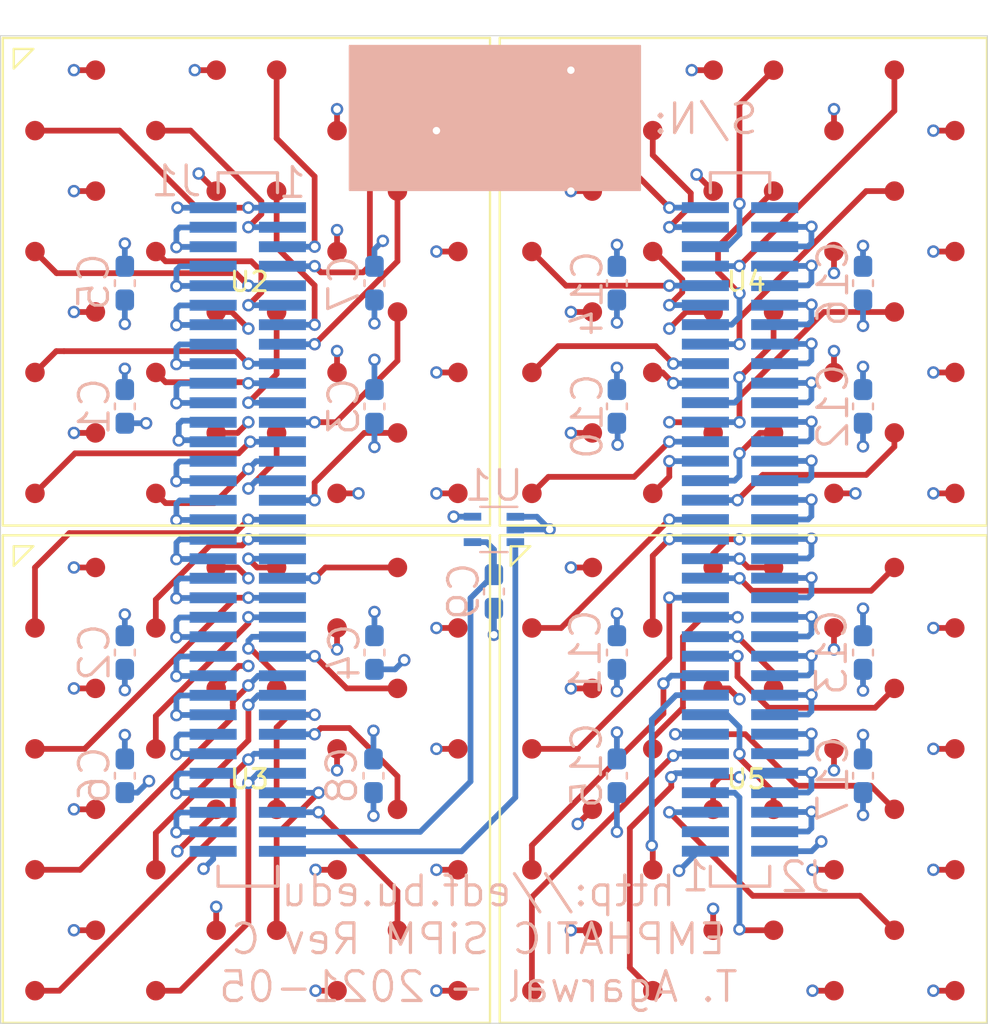
<source format=kicad_pcb>
(kicad_pcb (version 20171130) (host pcbnew "(5.1.9-0-10_14)")
  (title_block (title "Preliminary PCB Layout") (date 2021-02-09) (company "Electronics Design Facility"))
  (layers (0 F.Cu signal) (1 GND power) (2 SiPM_Bias_voltage power) (31 B.Cu signal) (34 B.Paste user) (35 F.Paste user) (36 B.SilkS user) (37 F.SilkS user) (38 B.Mask user) (39 F.Mask user) (44 Edge.Cuts user))
  (net 0 "")
  (net 1 GND)
  (net 2 /BIAS1)
  (net 3 /BIAS2)
  (net 4 /VDD)
  (net 5 /OUT)
  (net 6 "Net-(J1-Pad63)")
  (net 7 "Net-(J1-Pad61)")
  (net 8 "Net-(J1-Pad59)")
  (net 9 "Net-(J1-Pad57)")
  (net 10 "Net-(J1-Pad55)")
  (net 11 "Net-(J1-Pad53)")
  (net 12 "Net-(J1-Pad51)")
  (net 13 "Net-(J1-Pad49)")
  (net 14 "Net-(J1-Pad47)")
  (net 15 "Net-(J1-Pad45)")
  (net 16 "Net-(J1-Pad43)")
  (net 17 "Net-(J1-Pad41)")
  (net 18 "Net-(J1-Pad39)")
  (net 19 "Net-(J1-Pad37)")
  (net 20 "Net-(J1-Pad35)")
  (net 21 "Net-(J1-Pad33)")
  (net 22 "Net-(J1-Pad31)")
  (net 23 "Net-(J1-Pad29)")
  (net 24 "Net-(J1-Pad27)")
  (net 25 "Net-(J1-Pad25)")
  (net 26 "Net-(J1-Pad23)")
  (net 27 "Net-(J1-Pad21)")
  (net 28 "Net-(J1-Pad19)")
  (net 29 "Net-(J1-Pad17)")
  (net 30 "Net-(J1-Pad15)")
  (net 31 "Net-(J1-Pad13)")
  (net 32 "Net-(J1-Pad11)")
  (net 33 "Net-(J1-Pad9)")
  (net 34 "Net-(J1-Pad7)")
  (net 35 "Net-(J1-Pad5)")
  (net 36 "Net-(J1-Pad3)")
  (net 37 "Net-(J1-Pad1)")
  (net 38 "Net-(J2-Pad65)")
  (net 39 "Net-(J2-Pad63)")
  (net 40 "Net-(J2-Pad61)")
  (net 41 "Net-(J2-Pad59)")
  (net 42 "Net-(J2-Pad57)")
  (net 43 "Net-(J2-Pad55)")
  (net 44 "Net-(J2-Pad53)")
  (net 45 "Net-(J2-Pad51)")
  (net 46 "Net-(J2-Pad49)")
  (net 47 "Net-(J2-Pad47)")
  (net 48 "Net-(J2-Pad45)")
  (net 49 "Net-(J2-Pad43)")
  (net 50 "Net-(J2-Pad41)")
  (net 51 "Net-(J2-Pad39)")
  (net 52 "Net-(J2-Pad37)")
  (net 53 "Net-(J2-Pad35)")
  (net 54 "Net-(J2-Pad33)")
  (net 55 "Net-(J2-Pad31)")
  (net 56 "Net-(J2-Pad29)")
  (net 57 "Net-(J2-Pad27)")
  (net 58 "Net-(J2-Pad25)")
  (net 59 "Net-(J2-Pad23)")
  (net 60 "Net-(J2-Pad21)")
  (net 61 "Net-(J2-Pad19)")
  (net 62 "Net-(J2-Pad17)")
  (net 63 "Net-(J2-Pad15)")
  (net 64 "Net-(J2-Pad13)")
  (net 65 "Net-(J2-Pad11)")
  (net 66 "Net-(J2-Pad9)")
  (net 67 "Net-(J2-Pad7)")
  (net 68 "Net-(J2-Pad5)")
  (net 69 "Net-(J2-Pad3)")
  (net 70 /BIAS3)
  (net 71 /BIAS4)
  (net 72 "Net-(J2-Pad67)")
  (module Arich_SiPM_Footprints:S14161-6050HS-04 (layer F.Cu) (at 162.8 87.3)
    (fp_text reference U4 (at 0.15 0) (layer F.SilkS))
    (fp_text value S14161-6050HS-04)
    (pad A4 smd circle (at -10.85 -1.55) (size 1 1) (layers F.Cu F.Paste F.Mask) (net 41 "Net-(J2-Pad59)"))
    (pad A2 smd circle (at -10.85 -7.75) (size 1 1) (layers F.Cu F.Paste F.Mask) (net 72 "Net-(J2-Pad67)"))
    (pad B3 smd circle (at -7.75 -4.65) (size 1 1) (layers F.Cu F.Paste F.Mask) (net 70 /BIAS3))
    (pad B1 smd circle (at -7.75 -10.85) (size 1 1) (layers F.Cu F.Paste F.Mask) (net 70 /BIAS3))
    (pad C4 smd circle (at -4.65 -1.55) (size 1 1) (layers F.Cu F.Paste F.Mask) (net 42 "Net-(J2-Pad57)"))
    (pad D3 smd circle (at -1.55 -4.65) (size 1 1) (layers F.Cu F.Paste F.Mask) (net 70 /BIAS3))
    (pad C2 smd circle (at -4.65 -7.75) (size 1 1) (layers F.Cu F.Paste F.Mask) (net 38 "Net-(J2-Pad65)"))
    (pad D1 smd circle (at -1.55 -10.85) (size 1 1) (layers F.Cu F.Paste F.Mask) (net 70 /BIAS3))
    (pad H2 smd circle (at 10.85 -7.75) (size 1 1) (layers F.Cu F.Paste F.Mask) (net 70 /BIAS3))
    (pad G1 smd circle (at 7.75 -10.85) (size 1 1) (layers F.Cu F.Paste F.Mask) (net 40 "Net-(J2-Pad61)"))
    (pad F2 smd circle (at 4.65 -7.75) (size 1 1) (layers F.Cu F.Paste F.Mask) (net 70 /BIAS3))
    (pad E1 smd circle (at 1.55 -10.85) (size 1 1) (layers F.Cu F.Paste F.Mask) (net 39 "Net-(J2-Pad63)"))
    (pad H4 smd circle (at 10.85 -1.55) (size 1 1) (layers F.Cu F.Paste F.Mask) (net 70 /BIAS3))
    (pad G3 smd circle (at 7.75 -4.65) (size 1 1) (layers F.Cu F.Paste F.Mask) (net 44 "Net-(J2-Pad53)"))
    (pad F4 smd circle (at 4.65 -1.55) (size 1 1) (layers F.Cu F.Paste F.Mask) (net 70 /BIAS3))
    (pad E3 smd circle (at 1.55 -4.65) (size 1 1) (layers F.Cu F.Paste F.Mask) (net 43 "Net-(J2-Pad55)"))
    (pad F8 smd circle (at 4.65 10.85) (size 1 1) (layers F.Cu F.Paste F.Mask) (net 70 /BIAS3))
    (pad H8 smd circle (at 10.85 10.85) (size 1 1) (layers F.Cu F.Paste F.Mask) (net 70 /BIAS3))
    (pad G7 smd circle (at 7.75 7.75) (size 1 1) (layers F.Cu F.Paste F.Mask) (net 52 "Net-(J2-Pad37)"))
    (pad E7 smd circle (at 1.55 7.75) (size 1 1) (layers F.Cu F.Paste F.Mask) (net 51 "Net-(J2-Pad39)"))
    (pad H6 smd circle (at 10.85 4.65) (size 1 1) (layers F.Cu F.Paste F.Mask) (net 70 /BIAS3))
    (pad G5 smd circle (at 7.75 1.55) (size 1 1) (layers F.Cu F.Paste F.Mask) (net 48 "Net-(J2-Pad45)"))
    (pad F6 smd circle (at 4.65 4.65) (size 1 1) (layers F.Cu F.Paste F.Mask) (net 70 /BIAS3))
    (pad E5 smd circle (at 1.55 1.55) (size 1 1) (layers F.Cu F.Paste F.Mask) (net 47 "Net-(J2-Pad47)"))
    (pad A8 smd circle (at -10.85 10.85) (size 1 1) (layers F.Cu F.Paste F.Mask) (net 49 "Net-(J2-Pad43)"))
    (pad A6 smd circle (at -10.85 4.65) (size 1 1) (layers F.Cu F.Paste F.Mask) (net 45 "Net-(J2-Pad51)"))
    (pad B5 smd circle (at -7.75 1.55) (size 1 1) (layers F.Cu F.Paste F.Mask) (net 70 /BIAS3))
    (pad C8 smd circle (at -4.65 10.85) (size 1 1) (layers F.Cu F.Paste F.Mask) (net 50 "Net-(J2-Pad41)"))
    (pad B7 smd circle (at -7.75 7.75) (size 1 1) (layers F.Cu F.Paste F.Mask) (net 70 /BIAS3))
    (pad D7 smd circle (at -1.55 7.75) (size 1 1) (layers F.Cu F.Paste F.Mask) (net 70 /BIAS3))
    (pad C6 smd circle (at -4.65 4.65) (size 1 1) (layers F.Cu F.Paste F.Mask) (net 46 "Net-(J2-Pad49)"))
    (pad D5 smd circle (at -1.55 1.55) (size 1 1) (layers F.Cu F.Paste F.Mask) (net 70 /BIAS3))
  )
  (module Arich_SiPM_Footprints:S14161-6050HS-04 (layer F.Cu) (at 162.8 112.8)
    (fp_text reference U5 (at 0.15 0) (layer F.SilkS))
    (fp_text value S14161-6050HS-04)
    (pad D5 smd circle (at -1.55 1.55) (size 1 1) (layers F.Cu F.Paste F.Mask) (net 71 /BIAS4))
    (pad C6 smd circle (at -4.65 4.65) (size 1 1) (layers F.Cu F.Paste F.Mask) (net 62 "Net-(J2-Pad17)"))
    (pad D7 smd circle (at -1.55 7.75) (size 1 1) (layers F.Cu F.Paste F.Mask) (net 71 /BIAS4))
    (pad B7 smd circle (at -7.75 7.75) (size 1 1) (layers F.Cu F.Paste F.Mask) (net 71 /BIAS4))
    (pad C8 smd circle (at -4.65 10.85) (size 1 1) (layers F.Cu F.Paste F.Mask) (net 66 "Net-(J2-Pad9)"))
    (pad B5 smd circle (at -7.75 1.55) (size 1 1) (layers F.Cu F.Paste F.Mask) (net 71 /BIAS4))
    (pad A6 smd circle (at -10.85 4.65) (size 1 1) (layers F.Cu F.Paste F.Mask) (net 61 "Net-(J2-Pad19)"))
    (pad A8 smd circle (at -10.85 10.85) (size 1 1) (layers F.Cu F.Paste F.Mask) (net 65 "Net-(J2-Pad11)"))
    (pad E5 smd circle (at 1.55 1.55) (size 1 1) (layers F.Cu F.Paste F.Mask) (net 63 "Net-(J2-Pad15)"))
    (pad F6 smd circle (at 4.65 4.65) (size 1 1) (layers F.Cu F.Paste F.Mask) (net 71 /BIAS4))
    (pad G5 smd circle (at 7.75 1.55) (size 1 1) (layers F.Cu F.Paste F.Mask) (net 64 "Net-(J2-Pad13)"))
    (pad H6 smd circle (at 10.85 4.65) (size 1 1) (layers F.Cu F.Paste F.Mask) (net 71 /BIAS4))
    (pad E7 smd circle (at 1.55 7.75) (size 1 1) (layers F.Cu F.Paste F.Mask) (net 67 "Net-(J2-Pad7)"))
    (pad G7 smd circle (at 7.75 7.75) (size 1 1) (layers F.Cu F.Paste F.Mask) (net 68 "Net-(J2-Pad5)"))
    (pad H8 smd circle (at 10.85 10.85) (size 1 1) (layers F.Cu F.Paste F.Mask) (net 71 /BIAS4))
    (pad F8 smd circle (at 4.65 10.85) (size 1 1) (layers F.Cu F.Paste F.Mask) (net 71 /BIAS4))
    (pad E3 smd circle (at 1.55 -4.65) (size 1 1) (layers F.Cu F.Paste F.Mask) (net 59 "Net-(J2-Pad23)"))
    (pad F4 smd circle (at 4.65 -1.55) (size 1 1) (layers F.Cu F.Paste F.Mask) (net 71 /BIAS4))
    (pad G3 smd circle (at 7.75 -4.65) (size 1 1) (layers F.Cu F.Paste F.Mask) (net 60 "Net-(J2-Pad21)"))
    (pad H4 smd circle (at 10.85 -1.55) (size 1 1) (layers F.Cu F.Paste F.Mask) (net 71 /BIAS4))
    (pad E1 smd circle (at 1.55 -10.85) (size 1 1) (layers F.Cu F.Paste F.Mask) (net 55 "Net-(J2-Pad31)"))
    (pad F2 smd circle (at 4.65 -7.75) (size 1 1) (layers F.Cu F.Paste F.Mask) (net 71 /BIAS4))
    (pad G1 smd circle (at 7.75 -10.85) (size 1 1) (layers F.Cu F.Paste F.Mask) (net 56 "Net-(J2-Pad29)"))
    (pad H2 smd circle (at 10.85 -7.75) (size 1 1) (layers F.Cu F.Paste F.Mask) (net 71 /BIAS4))
    (pad D1 smd circle (at -1.55 -10.85) (size 1 1) (layers F.Cu F.Paste F.Mask) (net 71 /BIAS4))
    (pad C2 smd circle (at -4.65 -7.75) (size 1 1) (layers F.Cu F.Paste F.Mask) (net 54 "Net-(J2-Pad33)"))
    (pad D3 smd circle (at -1.55 -4.65) (size 1 1) (layers F.Cu F.Paste F.Mask) (net 71 /BIAS4))
    (pad C4 smd circle (at -4.65 -1.55) (size 1 1) (layers F.Cu F.Paste F.Mask) (net 58 "Net-(J2-Pad25)"))
    (pad B1 smd circle (at -7.75 -10.85) (size 1 1) (layers F.Cu F.Paste F.Mask) (net 71 /BIAS4))
    (pad B3 smd circle (at -7.75 -4.65) (size 1 1) (layers F.Cu F.Paste F.Mask) (net 71 /BIAS4))
    (pad A2 smd circle (at -10.85 -7.75) (size 1 1) (layers F.Cu F.Paste F.Mask) (net 53 "Net-(J2-Pad35)"))
    (pad A4 smd circle (at -10.85 -1.55) (size 1 1) (layers F.Cu F.Paste F.Mask) (net 57 "Net-(J2-Pad27)"))
  )
  (module Arich_SiPM_Footprints:MW-34-03-G-D-245-065-ES (layer B.Cu) (at 162.63 100 90)
    (fp_text reference J2 (at -17.82 3.33) (layer B.SilkS) (effects (font (size 1.524 1.524) (thickness 0.1651)) (justify mirror)))
    (fp_text value Conn_02x34_Odd_Even)
    (fp_text user 1 (at -17.78 -2.286 180) (layer B.SilkS) (effects (font (size 1.524 1.524) (thickness 0.1651)) (justify mirror)))
    (pad 2 smd rect (at -16.4973 1.778 90) (size 0.5588 2.413) (layers B.Cu B.Paste B.Mask) (net 71 /BIAS4))
    (pad 1 smd rect (at -16.4973 -1.778 90) (size 0.5588 2.413) (layers B.Cu B.Paste B.Mask) (net 71 /BIAS4))
    (pad 3 smd rect (at -15.497302 -1.778 90) (size 0.5588 2.413) (layers B.Cu B.Paste B.Mask) (net 69 "Net-(J2-Pad3)"))
    (pad 4 smd rect (at -15.497302 1.778 90) (size 0.5588 2.413) (layers B.Cu B.Paste B.Mask) (net 1 GND))
    (pad 5 smd rect (at -14.497304 -1.778 90) (size 0.5588 2.413) (layers B.Cu B.Paste B.Mask) (net 68 "Net-(J2-Pad5)"))
    (pad 6 smd rect (at -14.497304 1.778 90) (size 0.5588 2.413) (layers B.Cu B.Paste B.Mask) (net 1 GND))
    (pad 7 smd rect (at -13.497306 -1.778 90) (size 0.5588 2.413) (layers B.Cu B.Paste B.Mask) (net 67 "Net-(J2-Pad7)"))
    (pad 8 smd rect (at -13.497306 1.778 90) (size 0.5588 2.413) (layers B.Cu B.Paste B.Mask) (net 1 GND))
    (pad 9 smd rect (at -12.497308 -1.778 90) (size 0.5588 2.413) (layers B.Cu B.Paste B.Mask) (net 66 "Net-(J2-Pad9)"))
    (pad 10 smd rect (at -12.497308 1.778 90) (size 0.5588 2.413) (layers B.Cu B.Paste B.Mask) (net 1 GND))
    (pad 11 smd rect (at -11.49731 -1.778 90) (size 0.5588 2.413) (layers B.Cu B.Paste B.Mask) (net 65 "Net-(J2-Pad11)"))
    (pad 12 smd rect (at -11.49731 1.778 90) (size 0.5588 2.413) (layers B.Cu B.Paste B.Mask) (net 1 GND))
    (pad 13 smd rect (at -10.497312 -1.778 90) (size 0.5588 2.413) (layers B.Cu B.Paste B.Mask) (net 64 "Net-(J2-Pad13)"))
    (pad 14 smd rect (at -10.497312 1.778 90) (size 0.5588 2.413) (layers B.Cu B.Paste B.Mask) (net 1 GND))
    (pad 15 smd rect (at -9.497314 -1.778 90) (size 0.5588 2.413) (layers B.Cu B.Paste B.Mask) (net 63 "Net-(J2-Pad15)"))
    (pad 16 smd rect (at -9.497314 1.778 90) (size 0.5588 2.413) (layers B.Cu B.Paste B.Mask) (net 1 GND))
    (pad 17 smd rect (at -8.497316 -1.778 90) (size 0.5588 2.413) (layers B.Cu B.Paste B.Mask) (net 62 "Net-(J2-Pad17)"))
    (pad 18 smd rect (at -8.497316 1.778 90) (size 0.5588 2.413) (layers B.Cu B.Paste B.Mask) (net 1 GND))
    (pad 19 smd rect (at -7.497318 -1.778 90) (size 0.5588 2.413) (layers B.Cu B.Paste B.Mask) (net 61 "Net-(J2-Pad19)"))
    (pad 20 smd rect (at -7.497318 1.778 90) (size 0.5588 2.413) (layers B.Cu B.Paste B.Mask) (net 1 GND))
    (pad 21 smd rect (at -6.49732 -1.778 90) (size 0.5588 2.413) (layers B.Cu B.Paste B.Mask) (net 60 "Net-(J2-Pad21)"))
    (pad 22 smd rect (at -6.49732 1.778 90) (size 0.5588 2.413) (layers B.Cu B.Paste B.Mask) (net 1 GND))
    (pad 23 smd rect (at -5.497322 -1.778 90) (size 0.5588 2.413) (layers B.Cu B.Paste B.Mask) (net 59 "Net-(J2-Pad23)"))
    (pad 24 smd rect (at -5.497322 1.778 90) (size 0.5588 2.413) (layers B.Cu B.Paste B.Mask) (net 1 GND))
    (pad 25 smd rect (at -4.497324 -1.778 90) (size 0.5588 2.413) (layers B.Cu B.Paste B.Mask) (net 58 "Net-(J2-Pad25)"))
    (pad 26 smd rect (at -4.497324 1.778 90) (size 0.5588 2.413) (layers B.Cu B.Paste B.Mask) (net 1 GND))
    (pad 27 smd rect (at -3.497326 -1.778 90) (size 0.5588 2.413) (layers B.Cu B.Paste B.Mask) (net 57 "Net-(J2-Pad27)"))
    (pad 28 smd rect (at -3.497326 1.778 90) (size 0.5588 2.413) (layers B.Cu B.Paste B.Mask) (net 1 GND))
    (pad 29 smd rect (at -2.497328 -1.778 90) (size 0.5588 2.413) (layers B.Cu B.Paste B.Mask) (net 56 "Net-(J2-Pad29)"))
    (pad 30 smd rect (at -2.497328 1.778 90) (size 0.5588 2.413) (layers B.Cu B.Paste B.Mask) (net 1 GND))
    (pad 31 smd rect (at -1.49733 -1.778 90) (size 0.5588 2.413) (layers B.Cu B.Paste B.Mask) (net 55 "Net-(J2-Pad31)"))
    (pad 32 smd rect (at -1.49733 1.778 90) (size 0.5588 2.413) (layers B.Cu B.Paste B.Mask) (net 1 GND))
    (pad 33 smd rect (at -0.497332 -1.778 90) (size 0.5588 2.413) (layers B.Cu B.Paste B.Mask) (net 54 "Net-(J2-Pad33)"))
    (pad 34 smd rect (at -0.497332 1.778 90) (size 0.5588 2.413) (layers B.Cu B.Paste B.Mask) (net 1 GND))
    (pad 35 smd rect (at 0.502666 -1.778 90) (size 0.5588 2.413) (layers B.Cu B.Paste B.Mask) (net 53 "Net-(J2-Pad35)"))
    (pad 36 smd rect (at 0.502666 1.778 90) (size 0.5588 2.413) (layers B.Cu B.Paste B.Mask) (net 1 GND))
    (pad 37 smd rect (at 1.502664 -1.778 90) (size 0.5588 2.413) (layers B.Cu B.Paste B.Mask) (net 52 "Net-(J2-Pad37)"))
    (pad 38 smd rect (at 1.502664 1.778 90) (size 0.5588 2.413) (layers B.Cu B.Paste B.Mask) (net 1 GND))
    (pad 39 smd rect (at 2.502662 -1.778 90) (size 0.5588 2.413) (layers B.Cu B.Paste B.Mask) (net 51 "Net-(J2-Pad39)"))
    (pad 40 smd rect (at 2.502662 1.778 90) (size 0.5588 2.413) (layers B.Cu B.Paste B.Mask) (net 1 GND))
    (pad 41 smd rect (at 3.50266 -1.778 90) (size 0.5588 2.413) (layers B.Cu B.Paste B.Mask) (net 50 "Net-(J2-Pad41)"))
    (pad 42 smd rect (at 3.50266 1.778 90) (size 0.5588 2.413) (layers B.Cu B.Paste B.Mask) (net 1 GND))
    (pad 43 smd rect (at 4.502658 -1.778 90) (size 0.5588 2.413) (layers B.Cu B.Paste B.Mask) (net 49 "Net-(J2-Pad43)"))
    (pad 44 smd rect (at 4.502658 1.778 90) (size 0.5588 2.413) (layers B.Cu B.Paste B.Mask) (net 1 GND))
    (pad 45 smd rect (at 5.502656 -1.778 90) (size 0.5588 2.413) (layers B.Cu B.Paste B.Mask) (net 48 "Net-(J2-Pad45)"))
    (pad 46 smd rect (at 5.502656 1.778 90) (size 0.5588 2.413) (layers B.Cu B.Paste B.Mask) (net 1 GND))
    (pad 47 smd rect (at 6.502654 -1.778 90) (size 0.5588 2.413) (layers B.Cu B.Paste B.Mask) (net 47 "Net-(J2-Pad47)"))
    (pad 48 smd rect (at 6.502654 1.778 90) (size 0.5588 2.413) (layers B.Cu B.Paste B.Mask) (net 1 GND))
    (pad 49 smd rect (at 7.502652 -1.778 90) (size 0.5588 2.413) (layers B.Cu B.Paste B.Mask) (net 46 "Net-(J2-Pad49)"))
    (pad 50 smd rect (at 7.502652 1.778 90) (size 0.5588 2.413) (layers B.Cu B.Paste B.Mask) (net 1 GND))
    (pad 51 smd rect (at 8.50265 -1.778 90) (size 0.5588 2.413) (layers B.Cu B.Paste B.Mask) (net 45 "Net-(J2-Pad51)"))
    (pad 52 smd rect (at 8.50265 1.778 90) (size 0.5588 2.413) (layers B.Cu B.Paste B.Mask) (net 1 GND))
    (pad 53 smd rect (at 9.502648 -1.778 90) (size 0.5588 2.413) (layers B.Cu B.Paste B.Mask) (net 44 "Net-(J2-Pad53)"))
    (pad 54 smd rect (at 9.502648 1.778 90) (size 0.5588 2.413) (layers B.Cu B.Paste B.Mask) (net 1 GND))
    (pad 55 smd rect (at 10.502646 -1.778 90) (size 0.5588 2.413) (layers B.Cu B.Paste B.Mask) (net 43 "Net-(J2-Pad55)"))
    (pad 56 smd rect (at 10.502646 1.778 90) (size 0.5588 2.413) (layers B.Cu B.Paste B.Mask) (net 1 GND))
    (pad 57 smd rect (at 11.502644 -1.778 90) (size 0.5588 2.413) (layers B.Cu B.Paste B.Mask) (net 42 "Net-(J2-Pad57)"))
    (pad 58 smd rect (at 11.502644 1.778 90) (size 0.5588 2.413) (layers B.Cu B.Paste B.Mask) (net 1 GND))
    (pad 59 smd rect (at 12.502642 -1.778 90) (size 0.5588 2.413) (layers B.Cu B.Paste B.Mask) (net 41 "Net-(J2-Pad59)"))
    (pad 60 smd rect (at 12.502642 1.778 90) (size 0.5588 2.413) (layers B.Cu B.Paste B.Mask) (net 1 GND))
    (pad 61 smd rect (at 13.50264 -1.778 90) (size 0.5588 2.413) (layers B.Cu B.Paste B.Mask) (net 40 "Net-(J2-Pad61)"))
    (pad 62 smd rect (at 13.50264 1.778 90) (size 0.5588 2.413) (layers B.Cu B.Paste B.Mask) (net 1 GND))
    (pad 63 smd rect (at 14.502638 -1.778 90) (size 0.5588 2.413) (layers B.Cu B.Paste B.Mask) (net 39 "Net-(J2-Pad63)"))
    (pad 64 smd rect (at 14.502638 1.778 90) (size 0.5588 2.413) (layers B.Cu B.Paste B.Mask) (net 1 GND))
    (pad 65 smd rect (at 15.502636 -1.778 90) (size 0.5588 2.413) (layers B.Cu B.Paste B.Mask) (net 38 "Net-(J2-Pad65)"))
    (pad 66 smd rect (at 15.502636 1.778 90) (size 0.5588 2.413) (layers B.Cu B.Paste B.Mask) (net 1 GND))
    (pad 67 smd rect (at 16.502634 -1.778 90) (size 0.5588 2.413) (layers B.Cu B.Paste B.Mask) (net 72 "Net-(J2-Pad67)"))
    (pad 68 smd rect (at 16.502634 1.778 90) (size 0.5588 2.413) (layers B.Cu B.Paste B.Mask) (net 70 /BIAS3))
  )
  (module Capacitor_SMD:C_0603_1608Metric_Pad1.08x0.95mm_HandSolder (layer B.Cu) (at 168.94 87.37 270)
    (fp_text reference C16 (at 0.03 1.54 270) (layer B.SilkS) (effects (font (size 1.524 1.524) (thickness 0.1651)) (justify mirror)))
    (fp_text value 100nF)
    (pad 1 smd roundrect (at -0.8625 0 270) (size 1.075 0.95) (layers B.Cu B.Paste B.Mask) (net 70 /BIAS3))
    (pad 2 smd roundrect (at 0.8625 0 270) (size 1.075 0.95) (layers B.Cu B.Paste B.Mask) (net 1 GND))
  )
  (module Arich_SiPM_Footprints:Texas_R-PDSO-G6 (layer B.Cu) (at 150 100 180)
    (fp_text reference U1 (at 0 2.25) (layer B.SilkS) (effects (font (size 1.524 1.524) (thickness 0.1651)) (justify mirror)))
    (fp_text value LM94021)
    (pad 4 smd rect (at 1.1 -0.65 180) (size 0.9 0.4) (layers B.Cu B.Paste B.Mask) (net 4 /VDD))
    (pad 2 smd rect (at -1.1 0 180) (size 0.9 0.4) (layers B.Cu B.Paste B.Mask) (net 1 GND))
    (pad 5 smd rect (at 1.09982 0.65532 180) (size 0.9 0.4) (layers B.Cu B.Paste B.Mask) (net 1 GND))
    (pad 3 smd rect (at -1.1 -0.65 180) (size 0.9 0.4) (layers B.Cu B.Paste B.Mask) (net 5 /OUT))
    (pad 1 smd rect (at -1.1 0.65 180) (size 0.9 0.4) (layers B.Cu B.Paste B.Mask) (net 1 GND))
  )
  (module Arich_SiPM_Footprints:MW-34-03-G-D-245-065-ES (layer B.Cu) (at 137.37 100 270)
    (fp_text reference J1 (at -17.86 3.67) (layer B.SilkS) (effects (font (size 1.524 1.524) (thickness 0.1651)) (justify mirror)))
    (fp_text value Conn_02x34_Odd_Even)
    (fp_text user 1 (at -17.78 -2.286 180) (layer B.SilkS) (effects (font (size 1.524 1.524) (thickness 0.1651)) (justify mirror)))
    (pad 2 smd rect (at -16.4973 1.778 270) (size 0.5588 2.413) (layers B.Cu B.Paste B.Mask) (net 2 /BIAS1))
    (pad 1 smd rect (at -16.4973 -1.778 270) (size 0.5588 2.413) (layers B.Cu B.Paste B.Mask) (net 37 "Net-(J1-Pad1)"))
    (pad 3 smd rect (at -15.497302 -1.778 270) (size 0.5588 2.413) (layers B.Cu B.Paste B.Mask) (net 36 "Net-(J1-Pad3)"))
    (pad 4 smd rect (at -15.497302 1.778 270) (size 0.5588 2.413) (layers B.Cu B.Paste B.Mask) (net 1 GND))
    (pad 5 smd rect (at -14.497304 -1.778 270) (size 0.5588 2.413) (layers B.Cu B.Paste B.Mask) (net 35 "Net-(J1-Pad5)"))
    (pad 6 smd rect (at -14.497304 1.778 270) (size 0.5588 2.413) (layers B.Cu B.Paste B.Mask) (net 1 GND))
    (pad 7 smd rect (at -13.497306 -1.778 270) (size 0.5588 2.413) (layers B.Cu B.Paste B.Mask) (net 34 "Net-(J1-Pad7)"))
    (pad 8 smd rect (at -13.497306 1.778 270) (size 0.5588 2.413) (layers B.Cu B.Paste B.Mask) (net 1 GND))
    (pad 9 smd rect (at -12.497308 -1.778 270) (size 0.5588 2.413) (layers B.Cu B.Paste B.Mask) (net 33 "Net-(J1-Pad9)"))
    (pad 10 smd rect (at -12.497308 1.778 270) (size 0.5588 2.413) (layers B.Cu B.Paste B.Mask) (net 1 GND))
    (pad 11 smd rect (at -11.49731 -1.778 270) (size 0.5588 2.413) (layers B.Cu B.Paste B.Mask) (net 32 "Net-(J1-Pad11)"))
    (pad 12 smd rect (at -11.49731 1.778 270) (size 0.5588 2.413) (layers B.Cu B.Paste B.Mask) (net 1 GND))
    (pad 13 smd rect (at -10.497312 -1.778 270) (size 0.5588 2.413) (layers B.Cu B.Paste B.Mask) (net 31 "Net-(J1-Pad13)"))
    (pad 14 smd rect (at -10.497312 1.778 270) (size 0.5588 2.413) (layers B.Cu B.Paste B.Mask) (net 1 GND))
    (pad 15 smd rect (at -9.497314 -1.778 270) (size 0.5588 2.413) (layers B.Cu B.Paste B.Mask) (net 30 "Net-(J1-Pad15)"))
    (pad 16 smd rect (at -9.497314 1.778 270) (size 0.5588 2.413) (layers B.Cu B.Paste B.Mask) (net 1 GND))
    (pad 17 smd rect (at -8.497316 -1.778 270) (size 0.5588 2.413) (layers B.Cu B.Paste B.Mask) (net 29 "Net-(J1-Pad17)"))
    (pad 18 smd rect (at -8.497316 1.778 270) (size 0.5588 2.413) (layers B.Cu B.Paste B.Mask) (net 1 GND))
    (pad 19 smd rect (at -7.497318 -1.778 270) (size 0.5588 2.413) (layers B.Cu B.Paste B.Mask) (net 28 "Net-(J1-Pad19)"))
    (pad 20 smd rect (at -7.497318 1.778 270) (size 0.5588 2.413) (layers B.Cu B.Paste B.Mask) (net 1 GND))
    (pad 21 smd rect (at -6.49732 -1.778 270) (size 0.5588 2.413) (layers B.Cu B.Paste B.Mask) (net 27 "Net-(J1-Pad21)"))
    (pad 22 smd rect (at -6.49732 1.778 270) (size 0.5588 2.413) (layers B.Cu B.Paste B.Mask) (net 1 GND))
    (pad 23 smd rect (at -5.497322 -1.778 270) (size 0.5588 2.413) (layers B.Cu B.Paste B.Mask) (net 26 "Net-(J1-Pad23)"))
    (pad 24 smd rect (at -5.497322 1.778 270) (size 0.5588 2.413) (layers B.Cu B.Paste B.Mask) (net 1 GND))
    (pad 25 smd rect (at -4.497324 -1.778 270) (size 0.5588 2.413) (layers B.Cu B.Paste B.Mask) (net 25 "Net-(J1-Pad25)"))
    (pad 26 smd rect (at -4.497324 1.778 270) (size 0.5588 2.413) (layers B.Cu B.Paste B.Mask) (net 1 GND))
    (pad 27 smd rect (at -3.497326 -1.778 270) (size 0.5588 2.413) (layers B.Cu B.Paste B.Mask) (net 24 "Net-(J1-Pad27)"))
    (pad 28 smd rect (at -3.497326 1.778 270) (size 0.5588 2.413) (layers B.Cu B.Paste B.Mask) (net 1 GND))
    (pad 29 smd rect (at -2.497328 -1.778 270) (size 0.5588 2.413) (layers B.Cu B.Paste B.Mask) (net 23 "Net-(J1-Pad29)"))
    (pad 30 smd rect (at -2.497328 1.778 270) (size 0.5588 2.413) (layers B.Cu B.Paste B.Mask) (net 1 GND))
    (pad 31 smd rect (at -1.49733 -1.778 270) (size 0.5588 2.413) (layers B.Cu B.Paste B.Mask) (net 22 "Net-(J1-Pad31)"))
    (pad 32 smd rect (at -1.49733 1.778 270) (size 0.5588 2.413) (layers B.Cu B.Paste B.Mask) (net 1 GND))
    (pad 33 smd rect (at -0.497332 -1.778 270) (size 0.5588 2.413) (layers B.Cu B.Paste B.Mask) (net 21 "Net-(J1-Pad33)"))
    (pad 34 smd rect (at -0.497332 1.778 270) (size 0.5588 2.413) (layers B.Cu B.Paste B.Mask) (net 1 GND))
    (pad 35 smd rect (at 0.502666 -1.778 270) (size 0.5588 2.413) (layers B.Cu B.Paste B.Mask) (net 20 "Net-(J1-Pad35)"))
    (pad 36 smd rect (at 0.502666 1.778 270) (size 0.5588 2.413) (layers B.Cu B.Paste B.Mask) (net 1 GND))
    (pad 37 smd rect (at 1.502664 -1.778 270) (size 0.5588 2.413) (layers B.Cu B.Paste B.Mask) (net 19 "Net-(J1-Pad37)"))
    (pad 38 smd rect (at 1.502664 1.778 270) (size 0.5588 2.413) (layers B.Cu B.Paste B.Mask) (net 1 GND))
    (pad 39 smd rect (at 2.502662 -1.778 270) (size 0.5588 2.413) (layers B.Cu B.Paste B.Mask) (net 18 "Net-(J1-Pad39)"))
    (pad 40 smd rect (at 2.502662 1.778 270) (size 0.5588 2.413) (layers B.Cu B.Paste B.Mask) (net 1 GND))
    (pad 41 smd rect (at 3.50266 -1.778 270) (size 0.5588 2.413) (layers B.Cu B.Paste B.Mask) (net 17 "Net-(J1-Pad41)"))
    (pad 42 smd rect (at 3.50266 1.778 270) (size 0.5588 2.413) (layers B.Cu B.Paste B.Mask) (net 1 GND))
    (pad 43 smd rect (at 4.502658 -1.778 270) (size 0.5588 2.413) (layers B.Cu B.Paste B.Mask) (net 16 "Net-(J1-Pad43)"))
    (pad 44 smd rect (at 4.502658 1.778 270) (size 0.5588 2.413) (layers B.Cu B.Paste B.Mask) (net 1 GND))
    (pad 45 smd rect (at 5.502656 -1.778 270) (size 0.5588 2.413) (layers B.Cu B.Paste B.Mask) (net 15 "Net-(J1-Pad45)"))
    (pad 46 smd rect (at 5.502656 1.778 270) (size 0.5588 2.413) (layers B.Cu B.Paste B.Mask) (net 1 GND))
    (pad 47 smd rect (at 6.502654 -1.778 270) (size 0.5588 2.413) (layers B.Cu B.Paste B.Mask) (net 14 "Net-(J1-Pad47)"))
    (pad 48 smd rect (at 6.502654 1.778 270) (size 0.5588 2.413) (layers B.Cu B.Paste B.Mask) (net 1 GND))
    (pad 49 smd rect (at 7.502652 -1.778 270) (size 0.5588 2.413) (layers B.Cu B.Paste B.Mask) (net 13 "Net-(J1-Pad49)"))
    (pad 50 smd rect (at 7.502652 1.778 270) (size 0.5588 2.413) (layers B.Cu B.Paste B.Mask) (net 1 GND))
    (pad 51 smd rect (at 8.50265 -1.778 270) (size 0.5588 2.413) (layers B.Cu B.Paste B.Mask) (net 12 "Net-(J1-Pad51)"))
    (pad 52 smd rect (at 8.50265 1.778 270) (size 0.5588 2.413) (layers B.Cu B.Paste B.Mask) (net 1 GND))
    (pad 53 smd rect (at 9.502648 -1.778 270) (size 0.5588 2.413) (layers B.Cu B.Paste B.Mask) (net 11 "Net-(J1-Pad53)"))
    (pad 54 smd rect (at 9.502648 1.778 270) (size 0.5588 2.413) (layers B.Cu B.Paste B.Mask) (net 1 GND))
    (pad 55 smd rect (at 10.502646 -1.778 270) (size 0.5588 2.413) (layers B.Cu B.Paste B.Mask) (net 10 "Net-(J1-Pad55)"))
    (pad 56 smd rect (at 10.502646 1.778 270) (size 0.5588 2.413) (layers B.Cu B.Paste B.Mask) (net 1 GND))
    (pad 57 smd rect (at 11.502644 -1.778 270) (size 0.5588 2.413) (layers B.Cu B.Paste B.Mask) (net 9 "Net-(J1-Pad57)"))
    (pad 58 smd rect (at 11.502644 1.778 270) (size 0.5588 2.413) (layers B.Cu B.Paste B.Mask) (net 1 GND))
    (pad 59 smd rect (at 12.502642 -1.778 270) (size 0.5588 2.413) (layers B.Cu B.Paste B.Mask) (net 8 "Net-(J1-Pad59)"))
    (pad 60 smd rect (at 12.502642 1.778 270) (size 0.5588 2.413) (layers B.Cu B.Paste B.Mask) (net 1 GND))
    (pad 61 smd rect (at 13.50264 -1.778 270) (size 0.5588 2.413) (layers B.Cu B.Paste B.Mask) (net 7 "Net-(J1-Pad61)"))
    (pad 62 smd rect (at 13.50264 1.778 270) (size 0.5588 2.413) (layers B.Cu B.Paste B.Mask) (net 1 GND))
    (pad 63 smd rect (at 14.502638 -1.778 270) (size 0.5588 2.413) (layers B.Cu B.Paste B.Mask) (net 6 "Net-(J1-Pad63)"))
    (pad 64 smd rect (at 14.502638 1.778 270) (size 0.5588 2.413) (layers B.Cu B.Paste B.Mask) (net 1 GND))
    (pad 65 smd rect (at 15.502636 -1.778 270) (size 0.5588 2.413) (layers B.Cu B.Paste B.Mask) (net 4 /VDD))
    (pad 66 smd rect (at 15.502636 1.778 270) (size 0.5588 2.413) (layers B.Cu B.Paste B.Mask) (net 1 GND))
    (pad 67 smd rect (at 16.502634 -1.778 270) (size 0.5588 2.413) (layers B.Cu B.Paste B.Mask) (net 5 /OUT))
    (pad 68 smd rect (at 16.502634 1.778 270) (size 0.5588 2.413) (layers B.Cu B.Paste B.Mask) (net 3 /BIAS2))
  )
  (module Capacitor_SMD:C_0603_1608Metric_Pad1.08x0.95mm_HandSolder (layer B.Cu) (at 156.31 112.63 270)
    (fp_text reference C15 (at -0.53 1.54 270) (layer B.SilkS) (effects (font (size 1.524 1.524) (thickness 0.1651)) (justify mirror)))
    (fp_text value 100nF)
    (pad 1 smd roundrect (at -0.8625 0 270) (size 1.075 0.95) (layers B.Cu B.Paste B.Mask) (net 71 /BIAS4))
    (pad 2 smd roundrect (at 0.8625 0 270) (size 1.075 0.95) (layers B.Cu B.Paste B.Mask) (net 1 GND))
  )
  (module Capacitor_SMD:C_0603_1608Metric_Pad1.08x0.95mm_HandSolder (layer B.Cu) (at 150 103.18 270)
    (fp_text reference C9 (at -0.01 1.55 270) (layer B.SilkS) (effects (font (size 1.524 1.524) (thickness 0.1651)) (justify mirror)))
    (fp_text value 100nF)
    (pad 2 smd roundrect (at 0.8625 0 270) (size 1.075 0.95) (layers B.Cu B.Paste B.Mask) (net 1 GND))
    (pad 1 smd roundrect (at -0.8625 0 270) (size 1.075 0.95) (layers B.Cu B.Paste B.Mask) (net 4 /VDD))
  )
  (module Capacitor_SMD:C_0603_1608Metric_Pad1.08x0.95mm_HandSolder (layer B.Cu) (at 131.06 87.37 270)
    (fp_text reference C5 (at -0.07 1.59 270) (layer B.SilkS) (effects (font (size 1.524 1.524) (thickness 0.1651)) (justify mirror)))
    (fp_text value 100nF)
    (pad 2 smd roundrect (at 0.8625 0 270) (size 1.075 0.95) (layers B.Cu B.Paste B.Mask) (net 1 GND))
    (pad 1 smd roundrect (at -0.8625 0 270) (size 1.075 0.95) (layers B.Cu B.Paste B.Mask) (net 2 /BIAS1))
  )
  (module Capacitor_SMD:C_0603_1608Metric_Pad1.08x0.95mm_HandSolder (layer B.Cu) (at 143.87 87.37 270)
    (fp_text reference C7 (at 0.03 1.57 270) (layer B.SilkS) (effects (font (size 1.524 1.524) (thickness 0.1651)) (justify mirror)))
    (fp_text value 100nF)
    (pad 1 smd roundrect (at -0.8625 0 270) (size 1.075 0.95) (layers B.Cu B.Paste B.Mask) (net 2 /BIAS1))
    (pad 2 smd roundrect (at 0.8625 0 270) (size 1.075 0.95) (layers B.Cu B.Paste B.Mask) (net 1 GND))
  )
  (module Capacitor_SMD:C_0603_1608Metric_Pad1.08x0.95mm_HandSolder (layer B.Cu) (at 131.06 112.63 270)
    (fp_text reference C6 (at -0.03 1.56 270) (layer B.SilkS) (effects (font (size 1.524 1.524) (thickness 0.1651)) (justify mirror)))
    (fp_text value 100nF)
    (pad 2 smd roundrect (at 0.8625 0 270) (size 1.075 0.95) (layers B.Cu B.Paste B.Mask) (net 1 GND))
    (pad 1 smd roundrect (at -0.8625 0 270) (size 1.075 0.95) (layers B.Cu B.Paste B.Mask) (net 3 /BIAS2))
  )
  (module Capacitor_SMD:C_0603_1608Metric_Pad1.08x0.95mm_HandSolder (layer B.Cu) (at 143.82 112.63 270)
    (fp_text reference C8 (at -0.03 1.62 270) (layer B.SilkS) (effects (font (size 1.524 1.524) (thickness 0.1651)) (justify mirror)))
    (fp_text value 100nF)
    (pad 1 smd roundrect (at -0.8625 0 270) (size 1.075 0.95) (layers B.Cu B.Paste B.Mask) (net 3 /BIAS2))
    (pad 2 smd roundrect (at 0.8625 0 270) (size 1.075 0.95) (layers B.Cu B.Paste B.Mask) (net 1 GND))
  )
  (module Capacitor_SMD:C_0603_1608Metric_Pad1.08x0.95mm_HandSolder (layer B.Cu) (at 156.31 87.37 270)
    (fp_text reference C14 (at 0.53 1.51 270) (layer B.SilkS) (effects (font (size 1.524 1.524) (thickness 0.1651)) (justify mirror)))
    (fp_text value 100nF)
    (pad 2 smd roundrect (at 0.8625 0 270) (size 1.075 0.95) (layers B.Cu B.Paste B.Mask) (net 1 GND))
    (pad 1 smd roundrect (at -0.8625 0 270) (size 1.075 0.95) (layers B.Cu B.Paste B.Mask) (net 70 /BIAS3))
  )
  (module Capacitor_SMD:C_0603_1608Metric_Pad1.08x0.95mm_HandSolder (layer B.Cu) (at 168.94 112.63 270)
    (fp_text reference C17 (at 0.17 1.54 270) (layer B.SilkS) (effects (font (size 1.524 1.524) (thickness 0.1651)) (justify mirror)))
    (fp_text value 100nF)
    (pad 2 smd roundrect (at 0.8625 0 270) (size 1.075 0.95) (layers B.Cu B.Paste B.Mask) (net 1 GND))
    (pad 1 smd roundrect (at -0.8625 0 270) (size 1.075 0.95) (layers B.Cu B.Paste B.Mask) (net 71 /BIAS4))
  )
  (module Capacitor_SMD:C_0603_1608Metric_Pad1.08x0.95mm_HandSolder (layer B.Cu) (at 131.06 93.69 270)
    (fp_text reference C1 (at 0.01 1.56 90) (layer B.SilkS) (effects (font (size 1.524 1.524) (thickness 0.1651)) (justify mirror)))
    (fp_text value 100nF)
    (pad 2 smd roundrect (at 0.8625 0 270) (size 1.075 0.95) (layers B.Cu B.Paste B.Mask) (net 1 GND))
    (pad 1 smd roundrect (at -0.8625 0 270) (size 1.075 0.95) (layers B.Cu B.Paste B.Mask) (net 2 /BIAS1))
  )
  (module Capacitor_SMD:C_0603_1608Metric_Pad1.08x0.95mm_HandSolder (layer B.Cu) (at 143.87 93.69 270)
    (fp_text reference C3 (at 0 1.57 90) (layer B.SilkS) (effects (font (size 1.524 1.524) (thickness 0.1651)) (justify mirror)))
    (fp_text value 100nF)
    (pad 1 smd roundrect (at -0.8625 0 270) (size 1.075 0.95) (layers B.Cu B.Paste B.Mask) (net 2 /BIAS1))
    (pad 2 smd roundrect (at 0.8625 0 270) (size 1.075 0.95) (layers B.Cu B.Paste B.Mask) (net 1 GND))
  )
  (module Capacitor_SMD:C_0603_1608Metric_Pad1.08x0.95mm_HandSolder (layer B.Cu) (at 131.06 106.31 270)
    (fp_text reference C2 (at -0.01 1.56 90) (layer B.SilkS) (effects (font (size 1.524 1.524) (thickness 0.1651)) (justify mirror)))
    (fp_text value 100nF)
    (pad 2 smd roundrect (at 0.8625 0 270) (size 1.075 0.95) (layers B.Cu B.Paste B.Mask) (net 1 GND))
    (pad 1 smd roundrect (at -0.8625 0 270) (size 1.075 0.95) (layers B.Cu B.Paste B.Mask) (net 3 /BIAS2))
  )
  (module Capacitor_SMD:C_0603_1608Metric_Pad1.08x0.95mm_HandSolder (layer B.Cu) (at 143.87 106.31 270)
    (fp_text reference C4 (at -0.01 1.54 90) (layer B.SilkS) (effects (font (size 1.524 1.524) (thickness 0.1651)) (justify mirror)))
    (fp_text value 100nF)
    (pad 1 smd roundrect (at -0.8625 0 270) (size 1.075 0.95) (layers B.Cu B.Paste B.Mask) (net 3 /BIAS2))
    (pad 2 smd roundrect (at 0.8625 0 270) (size 1.075 0.95) (layers B.Cu B.Paste B.Mask) (net 1 GND))
  )
  (module Capacitor_SMD:C_0603_1608Metric_Pad1.08x0.95mm_HandSolder (layer B.Cu) (at 156.31 93.69 270)
    (fp_text reference C10 (at 0.51 1.51 90) (layer B.SilkS) (effects (font (size 1.524 1.524) (thickness 0.1651)) (justify mirror)))
    (fp_text value 100nF)
    (pad 2 smd roundrect (at 0.8625 0 270) (size 1.075 0.95) (layers B.Cu B.Paste B.Mask) (net 1 GND))
    (pad 1 smd roundrect (at -0.8625 0 270) (size 1.075 0.95) (layers B.Cu B.Paste B.Mask) (net 70 /BIAS3))
  )
  (module Capacitor_SMD:C_0603_1608Metric_Pad1.08x0.95mm_HandSolder (layer B.Cu) (at 168.94 93.69 270)
    (fp_text reference C12 (at 0.01 1.54 90) (layer B.SilkS) (effects (font (size 1.524 1.524) (thickness 0.1651)) (justify mirror)))
    (fp_text value 100nF)
    (pad 1 smd roundrect (at -0.8625 0 270) (size 1.075 0.95) (layers B.Cu B.Paste B.Mask) (net 70 /BIAS3))
    (pad 2 smd roundrect (at 0.8625 0 270) (size 1.075 0.95) (layers B.Cu B.Paste B.Mask) (net 1 GND))
  )
  (module Capacitor_SMD:C_0603_1608Metric_Pad1.08x0.95mm_HandSolder (layer B.Cu) (at 156.31 106.31 270)
    (fp_text reference C11 (at -0.01 1.61 90) (layer B.SilkS) (effects (font (size 1.524 1.524) (thickness 0.1651)) (justify mirror)))
    (fp_text value 100nF)
    (pad 2 smd roundrect (at 0.8625 0 270) (size 1.075 0.95) (layers B.Cu B.Paste B.Mask) (net 1 GND))
    (pad 1 smd roundrect (at -0.8625 0 270) (size 1.075 0.95) (layers B.Cu B.Paste B.Mask) (net 71 /BIAS4))
  )
  (module Capacitor_SMD:C_0603_1608Metric_Pad1.08x0.95mm_HandSolder (layer B.Cu) (at 168.94 106.31 270)
    (fp_text reference C13 (at -0.01 1.61 90) (layer B.SilkS) (effects (font (size 1.524 1.524) (thickness 0.1651)) (justify mirror)))
    (fp_text value 100nF)
    (pad 1 smd roundrect (at -0.8625 0 270) (size 1.075 0.95) (layers B.Cu B.Paste B.Mask) (net 71 /BIAS4))
    (pad 2 smd roundrect (at 0.8625 0 270) (size 1.075 0.95) (layers B.Cu B.Paste B.Mask) (net 1 GND))
  )
  (module Arich_SiPM_Footprints:S14161-6050HS-04 (layer F.Cu) (at 137.3 87.3)
    (fp_text reference U2 (at 0.15 0) (layer F.SilkS))
    (fp_text value S14161-6050HS-04)
    (pad A4 smd circle (at -10.85 -1.55) (size 1 1) (layers F.Cu F.Paste F.Mask) (net 33 "Net-(J1-Pad9)"))
    (pad A2 smd circle (at -10.85 -7.75) (size 1 1) (layers F.Cu F.Paste F.Mask) (net 37 "Net-(J1-Pad1)"))
    (pad B3 smd circle (at -7.75 -4.65) (size 1 1) (layers F.Cu F.Paste F.Mask) (net 2 /BIAS1))
    (pad B1 smd circle (at -7.75 -10.85) (size 1 1) (layers F.Cu F.Paste F.Mask) (net 2 /BIAS1))
    (pad C4 smd circle (at -4.65 -1.55) (size 1 1) (layers F.Cu F.Paste F.Mask) (net 32 "Net-(J1-Pad11)"))
    (pad D3 smd circle (at -1.55 -4.65) (size 1 1) (layers F.Cu F.Paste F.Mask) (net 2 /BIAS1))
    (pad C2 smd circle (at -4.65 -7.75) (size 1 1) (layers F.Cu F.Paste F.Mask) (net 36 "Net-(J1-Pad3)"))
    (pad D1 smd circle (at -1.55 -10.85) (size 1 1) (layers F.Cu F.Paste F.Mask) (net 2 /BIAS1))
    (pad H2 smd circle (at 10.85 -7.75) (size 1 1) (layers F.Cu F.Paste F.Mask) (net 2 /BIAS1))
    (pad G1 smd circle (at 7.75 -10.85) (size 1 1) (layers F.Cu F.Paste F.Mask) (net 34 "Net-(J1-Pad7)"))
    (pad F2 smd circle (at 4.65 -7.75) (size 1 1) (layers F.Cu F.Paste F.Mask) (net 2 /BIAS1))
    (pad E1 smd circle (at 1.55 -10.85) (size 1 1) (layers F.Cu F.Paste F.Mask) (net 35 "Net-(J1-Pad5)"))
    (pad H4 smd circle (at 10.85 -1.55) (size 1 1) (layers F.Cu F.Paste F.Mask) (net 2 /BIAS1))
    (pad G3 smd circle (at 7.75 -4.65) (size 1 1) (layers F.Cu F.Paste F.Mask) (net 30 "Net-(J1-Pad15)"))
    (pad F4 smd circle (at 4.65 -1.55) (size 1 1) (layers F.Cu F.Paste F.Mask) (net 2 /BIAS1))
    (pad E3 smd circle (at 1.55 -4.65) (size 1 1) (layers F.Cu F.Paste F.Mask) (net 31 "Net-(J1-Pad13)"))
    (pad F8 smd circle (at 4.65 10.85) (size 1 1) (layers F.Cu F.Paste F.Mask) (net 2 /BIAS1))
    (pad H8 smd circle (at 10.85 10.85) (size 1 1) (layers F.Cu F.Paste F.Mask) (net 2 /BIAS1))
    (pad G7 smd circle (at 7.75 7.75) (size 1 1) (layers F.Cu F.Paste F.Mask) (net 22 "Net-(J1-Pad31)"))
    (pad E7 smd circle (at 1.55 7.75) (size 1 1) (layers F.Cu F.Paste F.Mask) (net 23 "Net-(J1-Pad29)"))
    (pad H6 smd circle (at 10.85 4.65) (size 1 1) (layers F.Cu F.Paste F.Mask) (net 2 /BIAS1))
    (pad G5 smd circle (at 7.75 1.55) (size 1 1) (layers F.Cu F.Paste F.Mask) (net 26 "Net-(J1-Pad23)"))
    (pad F6 smd circle (at 4.65 4.65) (size 1 1) (layers F.Cu F.Paste F.Mask) (net 2 /BIAS1))
    (pad E5 smd circle (at 1.55 1.55) (size 1 1) (layers F.Cu F.Paste F.Mask) (net 27 "Net-(J1-Pad21)"))
    (pad A8 smd circle (at -10.85 10.85) (size 1 1) (layers F.Cu F.Paste F.Mask) (net 25 "Net-(J1-Pad25)"))
    (pad A6 smd circle (at -10.85 4.65) (size 1 1) (layers F.Cu F.Paste F.Mask) (net 29 "Net-(J1-Pad17)"))
    (pad B5 smd circle (at -7.75 1.55) (size 1 1) (layers F.Cu F.Paste F.Mask) (net 2 /BIAS1))
    (pad C8 smd circle (at -4.65 10.85) (size 1 1) (layers F.Cu F.Paste F.Mask) (net 24 "Net-(J1-Pad27)"))
    (pad B7 smd circle (at -7.75 7.75) (size 1 1) (layers F.Cu F.Paste F.Mask) (net 2 /BIAS1))
    (pad D7 smd circle (at -1.55 7.75) (size 1 1) (layers F.Cu F.Paste F.Mask) (net 2 /BIAS1))
    (pad C6 smd circle (at -4.65 4.65) (size 1 1) (layers F.Cu F.Paste F.Mask) (net 28 "Net-(J1-Pad19)"))
    (pad D5 smd circle (at -1.55 1.55) (size 1 1) (layers F.Cu F.Paste F.Mask) (net 2 /BIAS1))
  )
  (module Arich_SiPM_Footprints:S14161-6050HS-04 (layer F.Cu) (at 137.3 112.8)
    (fp_text reference U3 (at 0.15 0) (layer F.SilkS))
    (fp_text value S14161-6050HS-04)
    (pad D5 smd circle (at -1.55 1.55) (size 1 1) (layers F.Cu F.Paste F.Mask) (net 3 /BIAS2))
    (pad C6 smd circle (at -4.65 4.65) (size 1 1) (layers F.Cu F.Paste F.Mask) (net 12 "Net-(J1-Pad51)"))
    (pad D7 smd circle (at -1.55 7.75) (size 1 1) (layers F.Cu F.Paste F.Mask) (net 3 /BIAS2))
    (pad B7 smd circle (at -7.75 7.75) (size 1 1) (layers F.Cu F.Paste F.Mask) (net 3 /BIAS2))
    (pad C8 smd circle (at -4.65 10.85) (size 1 1) (layers F.Cu F.Paste F.Mask) (net 8 "Net-(J1-Pad59)"))
    (pad B5 smd circle (at -7.75 1.55) (size 1 1) (layers F.Cu F.Paste F.Mask) (net 3 /BIAS2))
    (pad A6 smd circle (at -10.85 4.65) (size 1 1) (layers F.Cu F.Paste F.Mask) (net 13 "Net-(J1-Pad49)"))
    (pad A8 smd circle (at -10.85 10.85) (size 1 1) (layers F.Cu F.Paste F.Mask) (net 9 "Net-(J1-Pad57)"))
    (pad E5 smd circle (at 1.55 1.55) (size 1 1) (layers F.Cu F.Paste F.Mask) (net 11 "Net-(J1-Pad53)"))
    (pad F6 smd circle (at 4.65 4.65) (size 1 1) (layers F.Cu F.Paste F.Mask) (net 3 /BIAS2))
    (pad G5 smd circle (at 7.75 1.55) (size 1 1) (layers F.Cu F.Paste F.Mask) (net 10 "Net-(J1-Pad55)"))
    (pad H6 smd circle (at 10.85 4.65) (size 1 1) (layers F.Cu F.Paste F.Mask) (net 3 /BIAS2))
    (pad E7 smd circle (at 1.55 7.75) (size 1 1) (layers F.Cu F.Paste F.Mask) (net 7 "Net-(J1-Pad61)"))
    (pad G7 smd circle (at 7.75 7.75) (size 1 1) (layers F.Cu F.Paste F.Mask) (net 6 "Net-(J1-Pad63)"))
    (pad H8 smd circle (at 10.85 10.85) (size 1 1) (layers F.Cu F.Paste F.Mask) (net 3 /BIAS2))
    (pad F8 smd circle (at 4.65 10.85) (size 1 1) (layers F.Cu F.Paste F.Mask) (net 3 /BIAS2))
    (pad E3 smd circle (at 1.55 -4.65) (size 1 1) (layers F.Cu F.Paste F.Mask) (net 15 "Net-(J1-Pad45)"))
    (pad F4 smd circle (at 4.65 -1.55) (size 1 1) (layers F.Cu F.Paste F.Mask) (net 3 /BIAS2))
    (pad G3 smd circle (at 7.75 -4.65) (size 1 1) (layers F.Cu F.Paste F.Mask) (net 14 "Net-(J1-Pad47)"))
    (pad H4 smd circle (at 10.85 -1.55) (size 1 1) (layers F.Cu F.Paste F.Mask) (net 3 /BIAS2))
    (pad E1 smd circle (at 1.55 -10.85) (size 1 1) (layers F.Cu F.Paste F.Mask) (net 19 "Net-(J1-Pad37)"))
    (pad F2 smd circle (at 4.65 -7.75) (size 1 1) (layers F.Cu F.Paste F.Mask) (net 3 /BIAS2))
    (pad G1 smd circle (at 7.75 -10.85) (size 1 1) (layers F.Cu F.Paste F.Mask) (net 18 "Net-(J1-Pad39)"))
    (pad H2 smd circle (at 10.85 -7.75) (size 1 1) (layers F.Cu F.Paste F.Mask) (net 3 /BIAS2))
    (pad D1 smd circle (at -1.55 -10.85) (size 1 1) (layers F.Cu F.Paste F.Mask) (net 3 /BIAS2))
    (pad C2 smd circle (at -4.65 -7.75) (size 1 1) (layers F.Cu F.Paste F.Mask) (net 20 "Net-(J1-Pad35)"))
    (pad D3 smd circle (at -1.55 -4.65) (size 1 1) (layers F.Cu F.Paste F.Mask) (net 3 /BIAS2))
    (pad C4 smd circle (at -4.65 -1.55) (size 1 1) (layers F.Cu F.Paste F.Mask) (net 16 "Net-(J1-Pad43)"))
    (pad B1 smd circle (at -7.75 -10.85) (size 1 1) (layers F.Cu F.Paste F.Mask) (net 3 /BIAS2))
    (pad B3 smd circle (at -7.75 -4.65) (size 1 1) (layers F.Cu F.Paste F.Mask) (net 3 /BIAS2))
    (pad A2 smd circle (at -10.85 -7.75) (size 1 1) (layers F.Cu F.Paste F.Mask) (net 21 "Net-(J1-Pad33)"))
    (pad A4 smd circle (at -10.85 -1.55) (size 1 1) (layers F.Cu F.Paste F.Mask) (net 17 "Net-(J1-Pad41)"))
  )
  (gr_text "http://edf.bu.edu\nEMPHATIC SiPM Rev C\nT. Agarwal - 2021-05" (at 149.2 121) (layer B.SilkS) (effects (font (size 1.524 1.524) (thickness 0.1651)) (justify mirror)))
  (gr_poly (pts (xy 157.5 82.6) (xy 142.6 82.6) (xy 142.6 75.2) (xy 157.5 75.2)) (layer B.SilkS) (width 0.1))
  (gr_text S/N: (at 160.87 78.95) (layer B.SilkS) (effects (font (size 1.524 1.524) (thickness 0.1651)) (justify mirror)))
  (gr_line (start 124.68 125.32) (end 124.68 74.68) (layer Edge.Cuts) (width 0.05))
  (gr_line (start 175.32 125.32) (end 124.68 125.32) (layer Edge.Cuts) (width 0.05))
  (gr_line (start 175.32 74.68) (end 175.32 125.32) (layer Edge.Cuts) (width 0.05))
  (gr_line (start 124.68 74.68) (end 175.32 74.68) (layer Edge.Cuts) (width 0.05))
  (via (at 133.707308 111.522692) (size 0.635) (drill 0.381) (layers F.Cu B.Cu) (net 1))
  (segment (start 135.572 109.512696) (end 133.717304 109.512696) (width 0.29464) (layer B.Cu) (net 1))
  (segment (start 133.702694 113.518078) (end 133.707308 113.522692) (width 0.29464) (layer B.Cu) (net 1))
  (segment (start 133.702694 103.518078) (end 133.707308 103.522692) (width 0.29464) (layer B.Cu) (net 1))
  (segment (start 135.572 103.512696) (end 133.717304 103.512696) (width 0.29464) (layer B.Cu) (net 1))
  (segment (start 133.877302 112.512698) (end 133.707308 112.682692) (width 0.29464) (layer B.Cu) (net 1))
  (segment (start 133.707308 102.682692) (end 133.707308 103.522692) (width 0.29464) (layer B.Cu) (net 1))
  (via (at 133.707308 103.522692) (size 0.635) (drill 0.381) (layers F.Cu B.Cu) (net 1))
  (segment (start 135.572 102.512698) (end 133.877302 102.512698) (width 0.29464) (layer B.Cu) (net 1))
  (segment (start 133.717304 103.512696) (end 133.707308 103.522692) (width 0.29464) (layer B.Cu) (net 1))
  (segment (start 133.877302 102.512698) (end 133.707308 102.682692) (width 0.29464) (layer B.Cu) (net 1))
  (segment (start 133.707308 103.522692) (end 133.877308 103.522692) (width 0.29464) (layer B.Cu) (net 1))
  (segment (start 133.707308 115.522692) (end 133.877308 115.522692) (width 0.29464) (layer B.Cu) (net 1))
  (segment (start 133.877302 110.512698) (end 133.707308 110.682692) (width 0.29464) (layer B.Cu) (net 1))
  (segment (start 133.717304 111.512696) (end 133.707308 111.522692) (width 0.29464) (layer B.Cu) (net 1))
  (segment (start 133.717304 107.512696) (end 133.707308 107.522692) (width 0.29464) (layer B.Cu) (net 1))
  (segment (start 133.702694 107.518078) (end 133.707308 107.522692) (width 0.29464) (layer B.Cu) (net 1))
  (segment (start 133.707308 109.522692) (end 133.877308 109.522692) (width 0.29464) (layer B.Cu) (net 1))
  (via (at 133.707308 101.522692) (size 0.635) (drill 0.381) (layers F.Cu B.Cu) (net 1))
  (segment (start 135.572 110.512698) (end 133.877302 110.512698) (width 0.29464) (layer B.Cu) (net 1))
  (segment (start 133.877302 86.512698) (end 133.707308 86.682692) (width 0.29464) (layer B.Cu) (net 1))
  (segment (start 133.717304 87.512696) (end 133.707308 87.522692) (width 0.29464) (layer B.Cu) (net 1))
  (via (at 133.707308 87.522692) (size 0.635) (drill 0.381) (layers F.Cu B.Cu) (net 1))
  (segment (start 135.572 86.512698) (end 133.877302 86.512698) (width 0.29464) (layer B.Cu) (net 1))
  (segment (start 133.702694 87.518078) (end 133.707308 87.522692) (width 0.29464) (layer B.Cu) (net 1))
  (segment (start 133.707308 86.682692) (end 133.707308 87.522692) (width 0.29464) (layer B.Cu) (net 1))
  (segment (start 135.572 87.512696) (end 133.717304 87.512696) (width 0.29464) (layer B.Cu) (net 1))
  (segment (start 133.707308 87.522692) (end 133.877308 87.522692) (width 0.29464) (layer B.Cu) (net 1))
  (segment (start 133.717304 109.512696) (end 133.707308 109.522692) (width 0.29464) (layer B.Cu) (net 1))
  (segment (start 133.707308 108.682692) (end 133.707308 109.522692) (width 0.29464) (layer B.Cu) (net 1))
  (segment (start 135.572 105.512696) (end 133.717304 105.512696) (width 0.29464) (layer B.Cu) (net 1))
  (segment (start 135.572 115.512696) (end 133.717304 115.512696) (width 0.29464) (layer B.Cu) (net 1))
  (via (at 133.707308 115.522692) (size 0.635) (drill 0.381) (layers F.Cu B.Cu) (net 1))
  (segment (start 135.572 106.512698) (end 133.877302 106.512698) (width 0.29464) (layer B.Cu) (net 1))
  (via (at 133.707308 113.522692) (size 0.635) (drill 0.381) (layers F.Cu B.Cu) (net 1))
  (segment (start 135.572 112.512698) (end 133.877302 112.512698) (width 0.29464) (layer B.Cu) (net 1))
  (segment (start 133.707308 106.682692) (end 133.707308 107.522692) (width 0.29464) (layer B.Cu) (net 1))
  (segment (start 133.707308 112.682692) (end 133.707308 113.522692) (width 0.29464) (layer B.Cu) (net 1))
  (segment (start 135.572 108.512698) (end 133.877302 108.512698) (width 0.29464) (layer B.Cu) (net 1))
  (segment (start 135.572 107.512696) (end 133.717304 107.512696) (width 0.29464) (layer B.Cu) (net 1))
  (segment (start 133.707308 113.522692) (end 133.877308 113.522692) (width 0.29464) (layer B.Cu) (net 1))
  (segment (start 133.707308 105.522692) (end 133.877308 105.522692) (width 0.29464) (layer B.Cu) (net 1))
  (via (at 133.707308 107.522692) (size 0.635) (drill 0.381) (layers F.Cu B.Cu) (net 1))
  (segment (start 133.717304 101.512696) (end 133.707308 101.522692) (width 0.29464) (layer B.Cu) (net 1))
  (segment (start 133.707308 111.522692) (end 133.877308 111.522692) (width 0.29464) (layer B.Cu) (net 1))
  (segment (start 135.572 114.512698) (end 133.877302 114.512698) (width 0.29464) (layer B.Cu) (net 1))
  (segment (start 133.702694 111.518078) (end 133.707308 111.522692) (width 0.29464) (layer B.Cu) (net 1))
  (segment (start 133.707308 100.682692) (end 133.707308 101.522692) (width 0.29464) (layer B.Cu) (net 1))
  (segment (start 135.572 104.512698) (end 133.877302 104.512698) (width 0.29464) (layer B.Cu) (net 1))
  (segment (start 133.707308 101.522692) (end 133.877308 101.522692) (width 0.29464) (layer B.Cu) (net 1))
  (segment (start 133.702694 115.518078) (end 133.707308 115.522692) (width 0.29464) (layer B.Cu) (net 1))
  (segment (start 133.877302 100.512698) (end 133.707308 100.682692) (width 0.29464) (layer B.Cu) (net 1))
  (segment (start 133.702694 105.518078) (end 133.707308 105.522692) (width 0.29464) (layer B.Cu) (net 1))
  (segment (start 133.717304 115.512696) (end 133.707308 115.522692) (width 0.29464) (layer B.Cu) (net 1))
  (segment (start 133.702694 109.518078) (end 133.707308 109.522692) (width 0.29464) (layer B.Cu) (net 1))
  (segment (start 133.877302 106.512698) (end 133.707308 106.682692) (width 0.29464) (layer B.Cu) (net 1))
  (segment (start 135.572 101.512696) (end 133.717304 101.512696) (width 0.29464) (layer B.Cu) (net 1))
  (segment (start 135.572 111.512696) (end 133.717304 111.512696) (width 0.29464) (layer B.Cu) (net 1))
  (segment (start 133.707308 104.682692) (end 133.707308 105.522692) (width 0.29464) (layer B.Cu) (net 1))
  (segment (start 135.572 100.512698) (end 133.877302 100.512698) (width 0.29464) (layer B.Cu) (net 1))
  (segment (start 133.877302 104.512698) (end 133.707308 104.682692) (width 0.29464) (layer B.Cu) (net 1))
  (segment (start 133.877302 114.512698) (end 133.707308 114.682692) (width 0.29464) (layer B.Cu) (net 1))
  (via (at 133.707308 105.522692) (size 0.635) (drill 0.381) (layers F.Cu B.Cu) (net 1))
  (segment (start 133.707308 107.522692) (end 133.877308 107.522692) (width 0.29464) (layer B.Cu) (net 1))
  (segment (start 135.572 113.512696) (end 133.717304 113.512696) (width 0.29464) (layer B.Cu) (net 1))
  (segment (start 133.717304 105.512696) (end 133.707308 105.522692) (width 0.29464) (layer B.Cu) (net 1))
  (segment (start 133.707308 114.682692) (end 133.707308 115.522692) (width 0.29464) (layer B.Cu) (net 1))
  (segment (start 133.702694 101.518078) (end 133.707308 101.522692) (width 0.29464) (layer B.Cu) (net 1))
  (segment (start 133.717304 113.512696) (end 133.707308 113.522692) (width 0.29464) (layer B.Cu) (net 1))
  (segment (start 133.707308 110.682692) (end 133.707308 111.522692) (width 0.29464) (layer B.Cu) (net 1))
  (via (at 133.707308 109.522692) (size 0.635) (drill 0.381) (layers F.Cu B.Cu) (net 1))
  (segment (start 133.702694 97.518078) (end 133.707308 97.522692) (width 0.29464) (layer B.Cu) (net 1))
  (segment (start 133.877302 96.512698) (end 133.707308 96.682692) (width 0.29464) (layer B.Cu) (net 1))
  (via (at 133.827308 95.432692) (size 0.635) (drill 0.381) (layers F.Cu B.Cu) (net 1))
  (segment (start 135.572 93.512696) (end 133.717304 93.512696) (width 0.29464) (layer B.Cu) (net 1))
  (segment (start 135.692 94.422698) (end 133.997302 94.422698) (width 0.29464) (layer B.Cu) (net 1))
  (via (at 133.707308 85.522692) (size 0.635) (drill 0.381) (layers F.Cu B.Cu) (net 1))
  (segment (start 133.877302 92.512698) (end 133.707308 92.682692) (width 0.29464) (layer B.Cu) (net 1))
  (segment (start 133.707308 99.522692) (end 133.877308 99.522692) (width 0.29464) (layer B.Cu) (net 1))
  (segment (start 133.702694 91.518078) (end 133.707308 91.522692) (width 0.29464) (layer B.Cu) (net 1))
  (segment (start 133.717304 91.512696) (end 133.707308 91.522692) (width 0.29464) (layer B.Cu) (net 1))
  (segment (start 133.837304 95.422696) (end 133.827308 95.432692) (width 0.29464) (layer B.Cu) (net 1))
  (segment (start 133.997302 94.422698) (end 133.827308 94.592692) (width 0.29464) (layer B.Cu) (net 1))
  (segment (start 133.707308 93.522692) (end 133.877308 93.522692) (width 0.29464) (layer B.Cu) (net 1))
  (segment (start 133.702694 99.518078) (end 133.707308 99.522692) (width 0.29464) (layer B.Cu) (net 1))
  (segment (start 133.707308 97.522692) (end 133.877308 97.522692) (width 0.29464) (layer B.Cu) (net 1))
  (segment (start 133.877302 90.512698) (end 133.707308 90.682692) (width 0.29464) (layer B.Cu) (net 1))
  (segment (start 135.572 98.512698) (end 133.877302 98.512698) (width 0.29464) (layer B.Cu) (net 1))
  (via (at 133.707308 93.522692) (size 0.635) (drill 0.381) (layers F.Cu B.Cu) (net 1))
  (segment (start 133.707308 85.522692) (end 133.877308 85.522692) (width 0.29464) (layer B.Cu) (net 1))
  (segment (start 133.702694 89.518078) (end 133.707308 89.522692) (width 0.29464) (layer B.Cu) (net 1))
  (segment (start 133.707308 98.682692) (end 133.707308 99.522692) (width 0.29464) (layer B.Cu) (net 1))
  (segment (start 133.707308 89.522692) (end 133.877308 89.522692) (width 0.29464) (layer B.Cu) (net 1))
  (segment (start 133.707308 88.682692) (end 133.707308 89.522692) (width 0.29464) (layer B.Cu) (net 1))
  (segment (start 135.572 97.512696) (end 133.717304 97.512696) (width 0.29464) (layer B.Cu) (net 1))
  (segment (start 133.717304 97.512696) (end 133.707308 97.522692) (width 0.29464) (layer B.Cu) (net 1))
  (segment (start 133.827308 95.432692) (end 133.997308 95.432692) (width 0.29464) (layer B.Cu) (net 1))
  (segment (start 133.707308 91.522692) (end 133.877308 91.522692) (width 0.29464) (layer B.Cu) (net 1))
  (via (at 133.707308 91.522692) (size 0.635) (drill 0.381) (layers F.Cu B.Cu) (net 1))
  (segment (start 133.877302 84.512698) (end 133.707308 84.682692) (width 0.29464) (layer B.Cu) (net 1))
  (via (at 133.707308 89.522692) (size 0.635) (drill 0.381) (layers F.Cu B.Cu) (net 1))
  (segment (start 133.717304 85.512696) (end 133.707308 85.522692) (width 0.29464) (layer B.Cu) (net 1))
  (segment (start 135.692 95.422696) (end 133.837304 95.422696) (width 0.29464) (layer B.Cu) (net 1))
  (segment (start 135.572 84.512698) (end 133.877302 84.512698) (width 0.29464) (layer B.Cu) (net 1))
  (segment (start 135.572 85.512696) (end 133.717304 85.512696) (width 0.29464) (layer B.Cu) (net 1))
  (segment (start 133.717304 99.512696) (end 133.707308 99.522692) (width 0.29464) (layer B.Cu) (net 1))
  (segment (start 135.572 91.512696) (end 133.717304 91.512696) (width 0.29464) (layer B.Cu) (net 1))
  (segment (start 133.877302 88.512698) (end 133.707308 88.682692) (width 0.29464) (layer B.Cu) (net 1))
  (segment (start 135.572 88.512698) (end 133.877302 88.512698) (width 0.29464) (layer B.Cu) (net 1))
  (segment (start 133.702694 93.518078) (end 133.707308 93.522692) (width 0.29464) (layer B.Cu) (net 1))
  (segment (start 133.827308 94.592692) (end 133.827308 95.432692) (width 0.29464) (layer B.Cu) (net 1))
  (segment (start 133.707308 84.682692) (end 133.707308 85.522692) (width 0.29464) (layer B.Cu) (net 1))
  (segment (start 133.822694 95.428078) (end 133.827308 95.432692) (width 0.29464) (layer B.Cu) (net 1))
  (segment (start 133.717304 89.512696) (end 133.707308 89.522692) (width 0.29464) (layer B.Cu) (net 1))
  (segment (start 133.877302 98.512698) (end 133.707308 98.682692) (width 0.29464) (layer B.Cu) (net 1))
  (segment (start 135.572 96.512698) (end 133.877302 96.512698) (width 0.29464) (layer B.Cu) (net 1))
  (segment (start 133.707308 96.682692) (end 133.707308 97.522692) (width 0.29464) (layer B.Cu) (net 1))
  (segment (start 133.707308 92.682692) (end 133.707308 93.522692) (width 0.29464) (layer B.Cu) (net 1))
  (segment (start 133.707308 90.682692) (end 133.707308 91.522692) (width 0.29464) (layer B.Cu) (net 1))
  (segment (start 135.572 89.512696) (end 133.717304 89.512696) (width 0.29464) (layer B.Cu) (net 1))
  (segment (start 135.572 92.512698) (end 133.877302 92.512698) (width 0.29464) (layer B.Cu) (net 1))
  (segment (start 135.572 90.512698) (end 133.877302 90.512698) (width 0.29464) (layer B.Cu) (net 1))
  (via (at 133.707308 99.522692) (size 0.635) (drill 0.381) (layers F.Cu B.Cu) (net 1))
  (via (at 133.707308 97.522692) (size 0.635) (drill 0.381) (layers F.Cu B.Cu) (net 1))
  (segment (start 135.572 99.512696) (end 133.717304 99.512696) (width 0.29464) (layer B.Cu) (net 1))
  (segment (start 133.717304 93.512696) (end 133.707308 93.522692) (width 0.29464) (layer B.Cu) (net 1))
  (segment (start 143.82 113.4925) (end 144.1375 113.4925) (width 0.29464) (layer B.Cu) (net 1))
  (segment (start 133.677116 113.4925) (end 133.707308 113.522692) (width 0.29464) (layer B.Cu) (net 1))
  (segment (start 152.21 99.35) (end 152.86 100) (width 0.29464) (layer B.Cu) (net 1))
  (segment (start 151.1 99.35) (end 152.21 99.35) (width 0.29464) (layer B.Cu) (net 1))
  (via (at 152.86 100) (size 0.635) (drill 0.381) (layers F.Cu B.Cu) (net 1))
  (segment (start 133.877302 108.512698) (end 133.707308 108.682692) (width 0.29464) (layer B.Cu) (net 1))
  (segment (start 150 104.0425) (end 150 105.4) (width 0.29464) (layer B.Cu) (net 1))
  (segment (start 150 105.4) (end 150 105.4) (width 0.29464) (layer B.Cu) (net 1))
  (via (at 150 105.4) (size 0.635) (drill 0.381) (layers F.Cu B.Cu) (net 1))
  (segment (start 151.1 100) (end 152.86 100) (width 0.29464) (layer B.Cu) (net 1))
  (segment (start 148.90018 99.34468) (end 147.93532 99.34468) (width 0.29464) (layer B.Cu) (net 1))
  (via (at 147.93532 99.34468) (size 0.635) (drill 0.381) (layers F.Cu B.Cu) (net 1))
  (segment (start 131.06 88.2325) (end 131.06 89.46) (width 0.29464) (layer B.Cu) (net 1))
  (segment (start 131.06 89.46) (end 131.06 89.46) (width 0.29464) (layer B.Cu) (net 1))
  (via (at 131.06 89.46) (size 0.635) (drill 0.381) (layers F.Cu B.Cu) (net 1))
  (segment (start 131.06 94.5525) (end 132.1525 94.5525) (width 0.29464) (layer B.Cu) (net 1))
  (segment (start 132.1525 94.5525) (end 132.1525 94.5525) (width 0.29464) (layer B.Cu) (net 1))
  (via (at 132.1525 94.5525) (size 0.635) (drill 0.381) (layers F.Cu B.Cu) (net 1))
  (segment (start 143.87 88.2325) (end 143.87 89.43) (width 0.29464) (layer B.Cu) (net 1))
  (segment (start 143.87 89.43) (end 143.87 89.47) (width 0.29464) (layer B.Cu) (net 1))
  (via (at 143.87 89.43) (size 0.635) (drill 0.381) (layers F.Cu B.Cu) (net 1))
  (segment (start 143.87 94.5525) (end 143.87 95.77) (width 0.29464) (layer B.Cu) (net 1))
  (segment (start 143.87 95.77) (end 143.87 95.77) (width 0.29464) (layer B.Cu) (net 1))
  (via (at 143.87 95.77) (size 0.635) (drill 0.381) (layers F.Cu B.Cu) (net 1))
  (segment (start 131.06 113.4925) (end 131.7075 113.4925) (width 0.29464) (layer B.Cu) (net 1))
  (segment (start 131.7075 113.4925) (end 132.3 112.9) (width 0.29464) (layer B.Cu) (net 1))
  (segment (start 132.3 112.9) (end 132.3 112.9) (width 0.29464) (layer B.Cu) (net 1))
  (via (at 132.3 112.9) (size 0.635) (drill 0.381) (layers F.Cu B.Cu) (net 1))
  (segment (start 131.06 107.1725) (end 131.06 108.24) (width 0.29464) (layer B.Cu) (net 1))
  (via (at 131.06 108.24) (size 0.635) (drill 0.381) (layers F.Cu B.Cu) (net 1))
  (segment (start 143.87 107.1725) (end 144.9275 107.1725) (width 0.29464) (layer B.Cu) (net 1))
  (segment (start 144.9275 107.1725) (end 145.4 106.7) (width 0.29464) (layer B.Cu) (net 1))
  (segment (start 145.4 106.7) (end 145.4 106.7) (width 0.29464) (layer B.Cu) (net 1))
  (via (at 145.4 106.7) (size 0.635) (drill 0.381) (layers F.Cu B.Cu) (net 1))
  (segment (start 143.82 113.4925) (end 143.82 114.68) (width 0.29464) (layer B.Cu) (net 1))
  (segment (start 143.82 114.68) (end 143.82 114.68) (width 0.29464) (layer B.Cu) (net 1))
  (via (at 143.82 114.68) (size 0.635) (drill 0.381) (layers F.Cu B.Cu) (net 1))
  (segment (start 156.3475 94.51) (end 156.3475 95.6525) (width 0.29464) (layer B.Cu) (net 1))
  (segment (start 156.3475 95.6525) (end 156.3475 95.6525) (width 0.29464) (layer B.Cu) (net 1))
  (via (at 156.3475 95.6525) (size 0.635) (drill 0.381) (layers F.Cu B.Cu) (net 1))
  (segment (start 156.31 88.2325) (end 156.31 89.39) (width 0.29464) (layer B.Cu) (net 1))
  (segment (start 156.31 89.39) (end 156.31 89.39) (width 0.29464) (layer B.Cu) (net 1))
  (via (at 156.31 89.39) (size 0.635) (drill 0.381) (layers F.Cu B.Cu) (net 1))
  (segment (start 168.94 94.5525) (end 168.94 95.74) (width 0.29464) (layer B.Cu) (net 1))
  (segment (start 168.94 95.74) (end 168.94 95.74) (width 0.29464) (layer B.Cu) (net 1))
  (via (at 168.94 95.74) (size 0.635) (drill 0.381) (layers F.Cu B.Cu) (net 1))
  (segment (start 156.31 107.1725) (end 156.31 108.29) (width 0.29464) (layer B.Cu) (net 1))
  (segment (start 156.31 108.29) (end 156.31 108.39) (width 0.29464) (layer B.Cu) (net 1))
  (via (at 156.31 108.29) (size 0.635) (drill 0.381) (layers F.Cu B.Cu) (net 1))
  (segment (start 168.94 113.4925) (end 168.94 114.64) (width 0.29464) (layer B.Cu) (net 1))
  (segment (start 168.94 114.64) (end 168.94 114.64) (width 0.29464) (layer B.Cu) (net 1))
  (via (at 168.94 114.64) (size 0.635) (drill 0.381) (layers F.Cu B.Cu) (net 1))
  (segment (start 165.197362 114.502638) (end 165.2 114.5) (width 0.29464) (layer B.Cu) (net 1))
  (segment (start 164.408 114.502638) (end 165.197362 114.502638) (width 0.29464) (layer B.Cu) (net 1))
  (segment (start 163.602664 101.502664) (end 163.6 101.5) (width 0.29464) (layer B.Cu) (net 1))
  (segment (start 164.408 101.502664) (end 163.602664 101.502664) (width 0.29464) (layer B.Cu) (net 1))
  (segment (start 164.438 88.53269) (end 164.408 88.50269) (width 0.29464) (layer B.Cu) (net 1))
  (segment (start 166.292692 85.317308) (end 166.292692 84.477308) (width 0.29464) (layer B.Cu) (net 1))
  (segment (start 166.292692 84.477308) (end 166.122692 84.477308) (width 0.29464) (layer B.Cu) (net 1))
  (segment (start 166.297306 84.481922) (end 166.292692 84.477308) (width 0.29464) (layer B.Cu) (net 1))
  (segment (start 166.282696 84.487304) (end 166.292692 84.477308) (width 0.29464) (layer B.Cu) (net 1))
  (segment (start 164.428 84.487304) (end 166.282696 84.487304) (width 0.29464) (layer B.Cu) (net 1))
  (segment (start 164.428 85.487302) (end 166.122698 85.487302) (width 0.29464) (layer B.Cu) (net 1))
  (via (at 166.292692 84.477308) (size 0.635) (drill 0.381) (layers F.Cu B.Cu) (net 1))
  (segment (start 166.122698 85.487302) (end 166.292692 85.317308) (width 0.29464) (layer B.Cu) (net 1))
  (segment (start 164.428 87.487302) (end 166.122698 87.487302) (width 0.29464) (layer B.Cu) (net 1))
  (segment (start 166.292692 87.317308) (end 166.292692 86.477308) (width 0.29464) (layer B.Cu) (net 1))
  (segment (start 166.122698 87.487302) (end 166.292692 87.317308) (width 0.29464) (layer B.Cu) (net 1))
  (segment (start 166.297306 86.481922) (end 166.292692 86.477308) (width 0.29464) (layer B.Cu) (net 1))
  (segment (start 166.292692 86.477308) (end 166.122692 86.477308) (width 0.29464) (layer B.Cu) (net 1))
  (via (at 166.292692 86.477308) (size 0.635) (drill 0.381) (layers F.Cu B.Cu) (net 1))
  (segment (start 164.428 86.487304) (end 166.282696 86.487304) (width 0.29464) (layer B.Cu) (net 1))
  (segment (start 166.282696 86.487304) (end 166.292692 86.477308) (width 0.29464) (layer B.Cu) (net 1))
  (segment (start 166.122698 89.487302) (end 166.292692 89.317308) (width 0.29464) (layer B.Cu) (net 1))
  (segment (start 166.297306 88.481922) (end 166.292692 88.477308) (width 0.29464) (layer B.Cu) (net 1))
  (segment (start 166.292692 88.477308) (end 166.122692 88.477308) (width 0.29464) (layer B.Cu) (net 1))
  (segment (start 166.292692 89.317308) (end 166.292692 88.477308) (width 0.29464) (layer B.Cu) (net 1))
  (segment (start 164.428 89.487302) (end 166.122698 89.487302) (width 0.29464) (layer B.Cu) (net 1))
  (segment (start 166.282696 88.487304) (end 166.292692 88.477308) (width 0.29464) (layer B.Cu) (net 1))
  (via (at 166.292692 88.477308) (size 0.635) (drill 0.381) (layers F.Cu B.Cu) (net 1))
  (segment (start 164.428 88.487304) (end 166.282696 88.487304) (width 0.29464) (layer B.Cu) (net 1))
  (segment (start 166.292692 91.317308) (end 166.292692 90.477308) (width 0.29464) (layer B.Cu) (net 1))
  (segment (start 166.297306 90.481922) (end 166.292692 90.477308) (width 0.29464) (layer B.Cu) (net 1))
  (segment (start 164.428 91.487302) (end 166.122698 91.487302) (width 0.29464) (layer B.Cu) (net 1))
  (segment (start 166.282696 90.487304) (end 166.292692 90.477308) (width 0.29464) (layer B.Cu) (net 1))
  (via (at 166.292692 90.477308) (size 0.635) (drill 0.381) (layers F.Cu B.Cu) (net 1))
  (segment (start 166.122698 91.487302) (end 166.292692 91.317308) (width 0.29464) (layer B.Cu) (net 1))
  (segment (start 166.292692 90.477308) (end 166.122692 90.477308) (width 0.29464) (layer B.Cu) (net 1))
  (segment (start 164.428 90.487304) (end 166.282696 90.487304) (width 0.29464) (layer B.Cu) (net 1))
  (segment (start 166.292692 92.477308) (end 166.122692 92.477308) (width 0.29464) (layer B.Cu) (net 1))
  (segment (start 166.282696 92.487304) (end 166.292692 92.477308) (width 0.29464) (layer B.Cu) (net 1))
  (segment (start 166.297306 92.481922) (end 166.292692 92.477308) (width 0.29464) (layer B.Cu) (net 1))
  (segment (start 166.292692 93.317308) (end 166.292692 92.477308) (width 0.29464) (layer B.Cu) (net 1))
  (segment (start 166.122698 93.487302) (end 166.292692 93.317308) (width 0.29464) (layer B.Cu) (net 1))
  (segment (start 164.428 92.487304) (end 166.282696 92.487304) (width 0.29464) (layer B.Cu) (net 1))
  (segment (start 164.428 93.487302) (end 166.122698 93.487302) (width 0.29464) (layer B.Cu) (net 1))
  (via (at 166.292692 92.477308) (size 0.635) (drill 0.381) (layers F.Cu B.Cu) (net 1))
  (via (at 166.292692 94.477308) (size 0.635) (drill 0.381) (layers F.Cu B.Cu) (net 1))
  (segment (start 166.292692 94.477308) (end 166.122692 94.477308) (width 0.29464) (layer B.Cu) (net 1))
  (segment (start 166.122698 95.487302) (end 166.292692 95.317308) (width 0.29464) (layer B.Cu) (net 1))
  (segment (start 166.297306 94.481922) (end 166.292692 94.477308) (width 0.29464) (layer B.Cu) (net 1))
  (segment (start 164.428 95.487302) (end 166.122698 95.487302) (width 0.29464) (layer B.Cu) (net 1))
  (segment (start 166.292692 95.317308) (end 166.292692 94.477308) (width 0.29464) (layer B.Cu) (net 1))
  (segment (start 164.428 94.487304) (end 166.282696 94.487304) (width 0.29464) (layer B.Cu) (net 1))
  (segment (start 166.282696 94.487304) (end 166.292692 94.477308) (width 0.29464) (layer B.Cu) (net 1))
  (segment (start 164.428 97.487302) (end 166.122698 97.487302) (width 0.29464) (layer B.Cu) (net 1))
  (segment (start 166.292692 96.477308) (end 166.122692 96.477308) (width 0.29464) (layer B.Cu) (net 1))
  (via (at 166.292692 96.477308) (size 0.635) (drill 0.381) (layers F.Cu B.Cu) (net 1))
  (segment (start 166.122698 97.487302) (end 166.292692 97.317308) (width 0.29464) (layer B.Cu) (net 1))
  (segment (start 166.292692 97.317308) (end 166.292692 96.477308) (width 0.29464) (layer B.Cu) (net 1))
  (segment (start 166.282696 96.487304) (end 166.292692 96.477308) (width 0.29464) (layer B.Cu) (net 1))
  (segment (start 164.428 96.487304) (end 166.282696 96.487304) (width 0.29464) (layer B.Cu) (net 1))
  (segment (start 166.297306 96.481922) (end 166.292692 96.477308) (width 0.29464) (layer B.Cu) (net 1))
  (segment (start 166.292692 98.477308) (end 166.122692 98.477308) (width 0.29464) (layer B.Cu) (net 1))
  (segment (start 166.292692 99.317308) (end 166.292692 98.477308) (width 0.29464) (layer B.Cu) (net 1))
  (segment (start 166.122698 99.487302) (end 166.292692 99.317308) (width 0.29464) (layer B.Cu) (net 1))
  (segment (start 164.428 98.487304) (end 166.282696 98.487304) (width 0.29464) (layer B.Cu) (net 1))
  (via (at 166.292692 98.477308) (size 0.635) (drill 0.381) (layers F.Cu B.Cu) (net 1))
  (segment (start 166.297306 98.481922) (end 166.292692 98.477308) (width 0.29464) (layer B.Cu) (net 1))
  (segment (start 164.428 99.487302) (end 166.122698 99.487302) (width 0.29464) (layer B.Cu) (net 1))
  (segment (start 166.282696 98.487304) (end 166.292692 98.477308) (width 0.29464) (layer B.Cu) (net 1))
  (segment (start 168.94 88.2325) (end 168.94 89.56) (width 0.29464) (layer B.Cu) (net 1))
  (segment (start 168.94 89.56) (end 168.94 89.56) (width 0.29464) (layer B.Cu) (net 1))
  (via (at 168.94 89.56) (size 0.635) (drill 0.381) (layers F.Cu B.Cu) (net 1))
  (segment (start 164.428 100.487304) (end 166.282696 100.487304) (width 0.29464) (layer B.Cu) (net 1))
  (segment (start 164.428 101.487302) (end 166.122698 101.487302) (width 0.29464) (layer B.Cu) (net 1))
  (via (at 166.292692 100.477308) (size 0.635) (drill 0.381) (layers F.Cu B.Cu) (net 1))
  (segment (start 166.282696 100.487304) (end 166.292692 100.477308) (width 0.29464) (layer B.Cu) (net 1))
  (segment (start 166.292692 100.477308) (end 166.122692 100.477308) (width 0.29464) (layer B.Cu) (net 1))
  (segment (start 166.292692 101.317308) (end 166.292692 100.477308) (width 0.29464) (layer B.Cu) (net 1))
  (segment (start 166.122698 101.487302) (end 166.292692 101.317308) (width 0.29464) (layer B.Cu) (net 1))
  (segment (start 166.297306 100.481922) (end 166.292692 100.477308) (width 0.29464) (layer B.Cu) (net 1))
  (segment (start 166.122698 103.487302) (end 166.292692 103.317308) (width 0.29464) (layer B.Cu) (net 1))
  (segment (start 166.297306 102.481922) (end 166.292692 102.477308) (width 0.29464) (layer B.Cu) (net 1))
  (segment (start 166.292692 103.317308) (end 166.292692 102.477308) (width 0.29464) (layer B.Cu) (net 1))
  (segment (start 164.428 102.487304) (end 166.282696 102.487304) (width 0.29464) (layer B.Cu) (net 1))
  (segment (start 164.428 103.487302) (end 166.122698 103.487302) (width 0.29464) (layer B.Cu) (net 1))
  (segment (start 166.292692 102.477308) (end 166.122692 102.477308) (width 0.29464) (layer B.Cu) (net 1))
  (segment (start 166.282696 102.487304) (end 166.292692 102.477308) (width 0.29464) (layer B.Cu) (net 1))
  (via (at 166.292692 102.477308) (size 0.635) (drill 0.381) (layers F.Cu B.Cu) (net 1))
  (segment (start 166.292692 105.317308) (end 166.292692 104.477308) (width 0.29464) (layer B.Cu) (net 1))
  (segment (start 164.428 105.487302) (end 166.122698 105.487302) (width 0.29464) (layer B.Cu) (net 1))
  (segment (start 164.428 104.487304) (end 166.282696 104.487304) (width 0.29464) (layer B.Cu) (net 1))
  (segment (start 166.297306 104.481922) (end 166.292692 104.477308) (width 0.29464) (layer B.Cu) (net 1))
  (segment (start 166.122698 105.487302) (end 166.292692 105.317308) (width 0.29464) (layer B.Cu) (net 1))
  (segment (start 166.282696 104.487304) (end 166.292692 104.477308) (width 0.29464) (layer B.Cu) (net 1))
  (segment (start 166.292692 104.477308) (end 166.122692 104.477308) (width 0.29464) (layer B.Cu) (net 1))
  (via (at 166.292692 104.477308) (size 0.635) (drill 0.381) (layers F.Cu B.Cu) (net 1))
  (segment (start 166.282696 106.487304) (end 166.292692 106.477308) (width 0.29464) (layer B.Cu) (net 1))
  (segment (start 166.122698 107.487302) (end 166.292692 107.317308) (width 0.29464) (layer B.Cu) (net 1))
  (segment (start 166.297306 106.481922) (end 166.292692 106.477308) (width 0.29464) (layer B.Cu) (net 1))
  (segment (start 166.292692 107.317308) (end 166.292692 106.477308) (width 0.29464) (layer B.Cu) (net 1))
  (via (at 166.292692 106.477308) (size 0.635) (drill 0.381) (layers F.Cu B.Cu) (net 1))
  (segment (start 164.428 107.487302) (end 166.122698 107.487302) (width 0.29464) (layer B.Cu) (net 1))
  (segment (start 166.292692 106.477308) (end 166.122692 106.477308) (width 0.29464) (layer B.Cu) (net 1))
  (segment (start 164.428 106.487304) (end 166.282696 106.487304) (width 0.29464) (layer B.Cu) (net 1))
  (segment (start 164.428 109.487302) (end 166.122698 109.487302) (width 0.29464) (layer B.Cu) (net 1))
  (segment (start 166.292692 109.317308) (end 166.292692 108.477308) (width 0.29464) (layer B.Cu) (net 1))
  (segment (start 166.282696 108.487304) (end 166.292692 108.477308) (width 0.29464) (layer B.Cu) (net 1))
  (segment (start 166.297306 108.481922) (end 166.292692 108.477308) (width 0.29464) (layer B.Cu) (net 1))
  (segment (start 166.292692 108.477308) (end 166.122692 108.477308) (width 0.29464) (layer B.Cu) (net 1))
  (segment (start 166.122698 109.487302) (end 166.292692 109.317308) (width 0.29464) (layer B.Cu) (net 1))
  (via (at 166.292692 108.477308) (size 0.635) (drill 0.381) (layers F.Cu B.Cu) (net 1))
  (segment (start 164.428 108.487304) (end 166.282696 108.487304) (width 0.29464) (layer B.Cu) (net 1))
  (via (at 166.292692 110.477308) (size 0.635) (drill 0.381) (layers F.Cu B.Cu) (net 1))
  (segment (start 166.292692 111.317308) (end 166.292692 110.477308) (width 0.29464) (layer B.Cu) (net 1))
  (segment (start 166.292692 110.477308) (end 166.122692 110.477308) (width 0.29464) (layer B.Cu) (net 1))
  (segment (start 164.428 110.487304) (end 166.282696 110.487304) (width 0.29464) (layer B.Cu) (net 1))
  (segment (start 166.122698 111.487302) (end 166.292692 111.317308) (width 0.29464) (layer B.Cu) (net 1))
  (segment (start 166.297306 110.481922) (end 166.292692 110.477308) (width 0.29464) (layer B.Cu) (net 1))
  (segment (start 164.428 111.487302) (end 166.122698 111.487302) (width 0.29464) (layer B.Cu) (net 1))
  (segment (start 166.282696 110.487304) (end 166.292692 110.477308) (width 0.29464) (layer B.Cu) (net 1))
  (segment (start 166.122698 113.487302) (end 166.292692 113.317308) (width 0.29464) (layer B.Cu) (net 1))
  (segment (start 164.428 112.487304) (end 166.282696 112.487304) (width 0.29464) (layer B.Cu) (net 1))
  (segment (start 164.428 113.487302) (end 166.122698 113.487302) (width 0.29464) (layer B.Cu) (net 1))
  (via (at 166.292692 112.477308) (size 0.635) (drill 0.381) (layers F.Cu B.Cu) (net 1))
  (segment (start 166.292692 112.477308) (end 166.122692 112.477308) (width 0.29464) (layer B.Cu) (net 1))
  (segment (start 166.292692 113.317308) (end 166.292692 112.477308) (width 0.29464) (layer B.Cu) (net 1))
  (segment (start 166.282696 112.487304) (end 166.292692 112.477308) (width 0.29464) (layer B.Cu) (net 1))
  (segment (start 166.297306 112.481922) (end 166.292692 112.477308) (width 0.29464) (layer B.Cu) (net 1))
  (segment (start 166.292692 115.317308) (end 166.292692 114.477308) (width 0.29464) (layer B.Cu) (net 1))
  (segment (start 166.292692 114.477308) (end 166.122692 114.477308) (width 0.29464) (layer B.Cu) (net 1))
  (via (at 166.292692 114.477308) (size 0.635) (drill 0.381) (layers F.Cu B.Cu) (net 1))
  (segment (start 166.122698 115.487302) (end 166.292692 115.317308) (width 0.29464) (layer B.Cu) (net 1))
  (segment (start 166.282696 114.487304) (end 166.292692 114.477308) (width 0.29464) (layer B.Cu) (net 1))
  (segment (start 164.428 114.487304) (end 166.282696 114.487304) (width 0.29464) (layer B.Cu) (net 1))
  (segment (start 164.428 115.487302) (end 166.122698 115.487302) (width 0.29464) (layer B.Cu) (net 1))
  (segment (start 166.297306 114.481922) (end 166.292692 114.477308) (width 0.29464) (layer B.Cu) (net 1))
  (segment (start 156.31 113.4925) (end 156.31 115.5) (width 0.29464) (layer B.Cu) (net 1))
  (via (at 156.31 115.5) (size 0.635) (drill 0.381) (layers F.Cu B.Cu) (net 1))
  (segment (start 168.94 107.1725) (end 168.94 108.26) (width 0.29464) (layer B.Cu) (net 1))
  (segment (start 168.94 108.26) (end 168.94 108.26) (width 0.29464) (layer B.Cu) (net 1))
  (via (at 168.94 108.26) (size 0.635) (drill 0.381) (layers F.Cu B.Cu) (net 1))
  (segment (start 135.532 83.5027) (end 133.7627 83.5027) (width 0.29464) (layer B.Cu) (net 2))
  (via (at 133.7627 83.5027) (size 0.635) (drill 0.381) (layers F.Cu B.Cu) (net 2))
  (segment (start 129.55 76.45) (end 128.45 76.45) (width 0.29464) (layer F.Cu) (net 2))
  (segment (start 128.45 76.45) (end 128.45 76.45) (width 0.29464) (layer F.Cu) (net 2))
  (via (at 128.45 76.45) (size 0.635) (drill 0.381) (layers F.Cu B.Cu) (net 2))
  (segment (start 128.45 82.65) (end 128.45 82.65) (width 0.29464) (layer F.Cu) (net 2))
  (via (at 128.45 82.65) (size 0.635) (drill 0.381) (layers F.Cu B.Cu) (net 2))
  (segment (start 129.55 82.65) (end 128.45 82.65) (width 0.29464) (layer F.Cu) (net 2))
  (segment (start 129.55 88.85) (end 128.45 88.85) (width 0.29464) (layer F.Cu) (net 2))
  (via (at 128.45 88.85) (size 0.635) (drill 0.381) (layers F.Cu B.Cu) (net 2))
  (segment (start 128.45 88.85) (end 128.45 88.85) (width 0.29464) (layer F.Cu) (net 2))
  (segment (start 128.45 95.05) (end 128.45 95.05) (width 0.29464) (layer F.Cu) (net 2))
  (via (at 128.45 95.05) (size 0.635) (drill 0.381) (layers F.Cu B.Cu) (net 2))
  (segment (start 129.55 95.05) (end 128.45 95.05) (width 0.29464) (layer F.Cu) (net 2))
  (segment (start 135.75 76.45) (end 134.65 76.45) (width 0.29464) (layer F.Cu) (net 2))
  (via (at 134.65 76.45) (size 0.635) (drill 0.381) (layers F.Cu B.Cu) (net 2))
  (segment (start 134.65 76.45) (end 134.65 76.45) (width 0.29464) (layer F.Cu) (net 2))
  (segment (start 135.75 82.65) (end 134.85 81.75) (width 0.29464) (layer F.Cu) (net 2))
  (via (at 134.85 81.75) (size 0.635) (drill 0.381) (layers F.Cu B.Cu) (net 2))
  (segment (start 135.75 88.85) (end 136.55 88.85) (width 0.29464) (layer F.Cu) (net 2))
  (segment (start 136.55 88.85) (end 137.4 89.7) (width 0.29464) (layer F.Cu) (net 2))
  (segment (start 137.4 89.7) (end 137.4 89.7) (width 0.29464) (layer F.Cu) (net 2))
  (via (at 137.4 89.7) (size 0.635) (drill 0.381) (layers F.Cu B.Cu) (net 2))
  (segment (start 135.75 95.05) (end 136.85 95.05) (width 0.29464) (layer F.Cu) (net 2))
  (segment (start 136.85 95.05) (end 137.4 94.5) (width 0.29464) (layer F.Cu) (net 2))
  (segment (start 137.4 94.5) (end 137.4 94.5) (width 0.29464) (layer F.Cu) (net 2))
  (via (at 137.4 94.5) (size 0.635) (drill 0.381) (layers F.Cu B.Cu) (net 2))
  (segment (start 141.95 79.55) (end 141.95 78.45) (width 0.29464) (layer F.Cu) (net 2))
  (via (at 141.95 78.45) (size 0.635) (drill 0.381) (layers F.Cu B.Cu) (net 2))
  (segment (start 141.95 78.45) (end 141.95 78.45) (width 0.29464) (layer F.Cu) (net 2))
  (via (at 141.95 84.65) (size 0.635) (drill 0.381) (layers F.Cu B.Cu) (net 2))
  (segment (start 141.95 85.75) (end 141.95 84.65) (width 0.29464) (layer F.Cu) (net 2))
  (segment (start 141.95 84.65) (end 141.95 84.65) (width 0.29464) (layer F.Cu) (net 2))
  (segment (start 141.95 90.85) (end 141.95 90.85) (width 0.29464) (layer F.Cu) (net 2))
  (via (at 141.95 90.85) (size 0.635) (drill 0.381) (layers F.Cu B.Cu) (net 2))
  (segment (start 141.95 91.95) (end 141.95 90.85) (width 0.29464) (layer F.Cu) (net 2))
  (segment (start 141.95 98.15) (end 143.05 98.15) (width 0.29464) (layer F.Cu) (net 2))
  (via (at 143.05 98.15) (size 0.635) (drill 0.381) (layers F.Cu B.Cu) (net 2))
  (segment (start 143.05 98.15) (end 143.05 98.15) (width 0.29464) (layer F.Cu) (net 2))
  (via (at 147.05 79.55) (size 0.635) (drill 0.381) (layers F.Cu B.Cu) (net 2))
  (segment (start 148.15 79.55) (end 147.05 79.55) (width 0.29464) (layer F.Cu) (net 2))
  (segment (start 147.05 79.55) (end 147.05 79.55) (width 0.29464) (layer F.Cu) (net 2))
  (segment (start 148.15 85.75) (end 147.05 85.75) (width 0.29464) (layer F.Cu) (net 2))
  (segment (start 147.05 85.75) (end 147.05 85.75) (width 0.29464) (layer F.Cu) (net 2))
  (via (at 147.05 85.75) (size 0.635) (drill 0.381) (layers F.Cu B.Cu) (net 2))
  (segment (start 147.05 91.95) (end 147.05 91.95) (width 0.29464) (layer F.Cu) (net 2))
  (via (at 147.05 91.95) (size 0.635) (drill 0.381) (layers F.Cu B.Cu) (net 2))
  (segment (start 148.15 91.95) (end 147.05 91.95) (width 0.29464) (layer F.Cu) (net 2))
  (segment (start 147.05 98.15) (end 147.05 98.15) (width 0.29464) (layer F.Cu) (net 2))
  (segment (start 148.15 98.15) (end 147.05 98.15) (width 0.29464) (layer F.Cu) (net 2))
  (via (at 147.05 98.15) (size 0.635) (drill 0.381) (layers F.Cu B.Cu) (net 2))
  (segment (start 131.06 86.5075) (end 131.06 85.34) (width 0.29464) (layer B.Cu) (net 2))
  (segment (start 131.06 85.34) (end 131.06 85.34) (width 0.29464) (layer B.Cu) (net 2))
  (via (at 131.06 85.34) (size 0.635) (drill 0.381) (layers F.Cu B.Cu) (net 2))
  (segment (start 131.06 92.8275) (end 131.06 91.76) (width 0.29464) (layer B.Cu) (net 2))
  (segment (start 131.06 91.76) (end 131.06 91.76) (width 0.29464) (layer B.Cu) (net 2))
  (via (at 131.06 91.76) (size 0.635) (drill 0.381) (layers F.Cu B.Cu) (net 2))
  (segment (start 143.87 86.5075) (end 143.87 85.63) (width 0.29464) (layer B.Cu) (net 2))
  (segment (start 143.87 85.63) (end 144.3 85.2) (width 0.29464) (layer B.Cu) (net 2))
  (segment (start 144.3 85.2) (end 144.3 85.2) (width 0.29464) (layer B.Cu) (net 2))
  (via (at 144.3 85.2) (size 0.635) (drill 0.381) (layers F.Cu B.Cu) (net 2))
  (segment (start 143.87 92.8275) (end 143.87 91.3) (width 0.29464) (layer B.Cu) (net 2))
  (segment (start 143.87 91.3) (end 143.87 91.3) (width 0.29464) (layer B.Cu) (net 2))
  (via (at 143.87 91.3) (size 0.635) (drill 0.381) (layers F.Cu B.Cu) (net 2))
  (via (at 133.757366 116.502634) (size 0.635) (drill 0.381) (layers F.Cu B.Cu) (net 3))
  (segment (start 129.55 101.95) (end 128.45 101.95) (width 0.29464) (layer F.Cu) (net 3))
  (segment (start 128.45 101.95) (end 128.45 101.95) (width 0.29464) (layer F.Cu) (net 3))
  (via (at 128.45 101.95) (size 0.635) (drill 0.381) (layers F.Cu B.Cu) (net 3))
  (segment (start 129.55 108.15) (end 128.45 108.15) (width 0.29464) (layer F.Cu) (net 3))
  (via (at 128.45 108.15) (size 0.635) (drill 0.381) (layers F.Cu B.Cu) (net 3))
  (segment (start 128.45 108.15) (end 128.45 108.15) (width 0.29464) (layer F.Cu) (net 3))
  (segment (start 128.45 114.35) (end 128.45 114.35) (width 0.29464) (layer F.Cu) (net 3))
  (segment (start 128.45 120.55) (end 128.45 120.55) (width 0.29464) (layer F.Cu) (net 3))
  (via (at 128.45 120.55) (size 0.635) (drill 0.381) (layers F.Cu B.Cu) (net 3))
  (segment (start 129.55 120.55) (end 128.45 120.55) (width 0.29464) (layer F.Cu) (net 3))
  (via (at 128.45 114.35) (size 0.635) (drill 0.381) (layers F.Cu B.Cu) (net 3))
  (segment (start 129.55 114.35) (end 128.45 114.35) (width 0.29464) (layer F.Cu) (net 3))
  (segment (start 135.75 101.95) (end 136.85 101.95) (width 0.29464) (layer F.Cu) (net 3))
  (segment (start 136.85 101.95) (end 137.4 102.5) (width 0.29464) (layer F.Cu) (net 3))
  (segment (start 137.4 102.5) (end 137.4 102.5) (width 0.29464) (layer F.Cu) (net 3))
  (via (at 137.4 102.5) (size 0.635) (drill 0.381) (layers F.Cu B.Cu) (net 3))
  (segment (start 135.75 108.15) (end 136.9 107) (width 0.29464) (layer F.Cu) (net 3))
  (segment (start 136.9 107) (end 137.4 107) (width 0.29464) (layer F.Cu) (net 3))
  (segment (start 137.4 107) (end 137.4 107) (width 0.29464) (layer F.Cu) (net 3))
  (via (at 137.4 107) (size 0.635) (drill 0.381) (layers F.Cu B.Cu) (net 3))
  (segment (start 135.75 114.51) (end 133.757366 116.502634) (width 0.29464) (layer F.Cu) (net 3))
  (segment (start 135.75 114.35) (end 135.75 114.51) (width 0.29464) (layer F.Cu) (net 3))
  (segment (start 135.75 120.55) (end 135.75 119.35) (width 0.29464) (layer F.Cu) (net 3))
  (segment (start 135.75 119.35) (end 135.75 119.35) (width 0.29464) (layer F.Cu) (net 3))
  (via (at 135.75 119.35) (size 0.635) (drill 0.381) (layers F.Cu B.Cu) (net 3))
  (segment (start 135.592 116.502634) (end 135.592 116.908) (width 0.29464) (layer B.Cu) (net 3))
  (segment (start 135.592 116.908) (end 135.1 117.4) (width 0.29464) (layer B.Cu) (net 3))
  (segment (start 135.1 117.4) (end 135.1 117.4) (width 0.29464) (layer B.Cu) (net 3))
  (via (at 135.1 117.4) (size 0.635) (drill 0.381) (layers F.Cu B.Cu) (net 3))
  (segment (start 141.95 105.05) (end 141.95 106.15) (width 0.29464) (layer F.Cu) (net 3))
  (segment (start 141.95 106.15) (end 141.95 106.15) (width 0.29464) (layer F.Cu) (net 3))
  (via (at 141.95 106.15) (size 0.635) (drill 0.381) (layers F.Cu B.Cu) (net 3))
  (segment (start 141.95 111.25) (end 141.95 112.35) (width 0.29464) (layer F.Cu) (net 3))
  (segment (start 141.95 112.35) (end 141.95 112.35) (width 0.29464) (layer F.Cu) (net 3))
  (via (at 141.95 112.35) (size 0.635) (drill 0.381) (layers F.Cu B.Cu) (net 3))
  (segment (start 141.95 117.45) (end 140.85 117.45) (width 0.29464) (layer F.Cu) (net 3))
  (via (at 140.85 117.45) (size 0.635) (drill 0.381) (layers F.Cu B.Cu) (net 3))
  (segment (start 140.85 117.45) (end 140.85 117.45) (width 0.29464) (layer F.Cu) (net 3))
  (segment (start 140.85 123.65) (end 140.85 123.65) (width 0.29464) (layer F.Cu) (net 3))
  (segment (start 141.95 123.65) (end 140.85 123.65) (width 0.29464) (layer F.Cu) (net 3))
  (via (at 140.85 123.65) (size 0.635) (drill 0.381) (layers F.Cu B.Cu) (net 3))
  (segment (start 148.15 123.65) (end 147.05 123.65) (width 0.29464) (layer F.Cu) (net 3))
  (segment (start 147.05 123.65) (end 147.05 123.65) (width 0.29464) (layer F.Cu) (net 3))
  (via (at 147.05 123.65) (size 0.635) (drill 0.381) (layers F.Cu B.Cu) (net 3))
  (via (at 147.05 117.45) (size 0.635) (drill 0.381) (layers F.Cu B.Cu) (net 3))
  (segment (start 148.15 117.45) (end 147.05 117.45) (width 0.29464) (layer F.Cu) (net 3))
  (segment (start 147.05 117.45) (end 147.05 117.45) (width 0.29464) (layer F.Cu) (net 3))
  (segment (start 147.05 111.25) (end 147.05 111.25) (width 0.29464) (layer F.Cu) (net 3))
  (segment (start 148.15 111.25) (end 147.05 111.25) (width 0.29464) (layer F.Cu) (net 3))
  (via (at 147.05 111.25) (size 0.635) (drill 0.381) (layers F.Cu B.Cu) (net 3))
  (segment (start 147.05 105.05) (end 147.05 105.05) (width 0.29464) (layer F.Cu) (net 3))
  (via (at 147.05 105.05) (size 0.635) (drill 0.381) (layers F.Cu B.Cu) (net 3))
  (segment (start 148.15 105.05) (end 147.05 105.05) (width 0.29464) (layer F.Cu) (net 3))
  (segment (start 131.06 111.7675) (end 131.06 110.54) (width 0.29464) (layer B.Cu) (net 3))
  (segment (start 131.06 110.54) (end 131.06 110.54) (width 0.29464) (layer B.Cu) (net 3))
  (via (at 131.06 110.54) (size 0.635) (drill 0.381) (layers F.Cu B.Cu) (net 3))
  (segment (start 131.06 105.4475) (end 131.06 104.36) (width 0.29464) (layer B.Cu) (net 3))
  (segment (start 131.06 104.36) (end 131.06 104.36) (width 0.29464) (layer B.Cu) (net 3))
  (via (at 131.06 104.36) (size 0.635) (drill 0.381) (layers F.Cu B.Cu) (net 3))
  (segment (start 143.87 105.4475) (end 143.87 104.23) (width 0.29464) (layer B.Cu) (net 3))
  (segment (start 143.87 104.23) (end 143.87 104.23) (width 0.29464) (layer B.Cu) (net 3))
  (via (at 143.87 104.23) (size 0.635) (drill 0.381) (layers F.Cu B.Cu) (net 3))
  (segment (start 143.82 111.7675) (end 143.82 110.32) (width 0.29464) (layer B.Cu) (net 3))
  (segment (start 143.82 110.32) (end 143.82 110.32) (width 0.29464) (layer B.Cu) (net 3))
  (via (at 143.82 110.32) (size 0.635) (drill 0.381) (layers F.Cu B.Cu) (net 3))
  (segment (start 146.2213 115.502636) (end 148.8 112.923936) (width 0.29464) (layer B.Cu) (net 4))
  (segment (start 139.148 115.502636) (end 146.2213 115.502636) (width 0.29464) (layer B.Cu) (net 4))
  (segment (start 148.8 103.5175) (end 150 102.3175) (width 0.29464) (layer B.Cu) (net 4))
  (segment (start 148.8 112.923936) (end 148.8 103.5175) (width 0.29464) (layer B.Cu) (net 4))
  (segment (start 148.9 100.65) (end 149.62 100.65) (width 0.29464) (layer B.Cu) (net 4))
  (segment (start 150 101.03) (end 150 102.3175) (width 0.29464) (layer B.Cu) (net 4))
  (segment (start 149.62 100.65) (end 150 101.03) (width 0.29464) (layer B.Cu) (net 4))
  (segment (start 151.1 100.65) (end 151.1 113.74) (width 0.29464) (layer B.Cu) (net 5))
  (segment (start 148.337366 116.502634) (end 139.148 116.502634) (width 0.29464) (layer B.Cu) (net 5))
  (segment (start 151.1 113.74) (end 148.337366 116.502634) (width 0.29464) (layer B.Cu) (net 5))
  (segment (start 139.148 114.502638) (end 141 114.5) (width 0.29464) (layer B.Cu) (net 6))
  (segment (start 141 114.5) (end 140.997362 114.502638) (width 0.29464) (layer B.Cu) (net 6))
  (via (at 141 114.5) (size 0.635) (drill 0.381) (layers F.Cu B.Cu) (net 6))
  (segment (start 145.05 118.55) (end 141 114.5) (width 0.29464) (layer F.Cu) (net 6))
  (segment (start 145.05 120.55) (end 145.05 118.55) (width 0.29464) (layer F.Cu) (net 6))
  (segment (start 139.148 113.50264) (end 141 113.5) (width 0.29464) (layer B.Cu) (net 7))
  (segment (start 141 113.5) (end 140.99736 113.50264) (width 0.29464) (layer B.Cu) (net 7))
  (via (at 141 113.5) (size 0.635) (drill 0.381) (layers F.Cu B.Cu) (net 7))
  (segment (start 138.85 115.65) (end 141 113.5) (width 0.29464) (layer F.Cu) (net 7))
  (segment (start 138.85 120.55) (end 138.85 115.65) (width 0.29464) (layer F.Cu) (net 7))
  (segment (start 133.904036 123.65) (end 137.4 120.154036) (width 0.29464) (layer F.Cu) (net 8))
  (segment (start 132.65 123.65) (end 133.904036 123.65) (width 0.29464) (layer F.Cu) (net 8))
  (segment (start 137.4 120.154036) (end 137.4 113) (width 0.29464) (layer F.Cu) (net 8))
  (segment (start 137.4 113) (end 137.4 113) (width 0.29464) (layer F.Cu) (net 8))
  (via (at 137.4 113) (size 0.635) (drill 0.381) (layers F.Cu B.Cu) (net 8))
  (segment (start 137.897358 112.502642) (end 137.4 113) (width 0.29464) (layer B.Cu) (net 8))
  (segment (start 139.148 112.502642) (end 137.897358 112.502642) (width 0.29464) (layer B.Cu) (net 8))
  (segment (start 139.148 111.502644) (end 137.697356 111.502644) (width 0.29464) (layer B.Cu) (net 9))
  (segment (start 137.697356 111.502644) (end 137.4 111.8) (width 0.29464) (layer B.Cu) (net 9))
  (segment (start 137.4 111.8) (end 137.4 111.8) (width 0.29464) (layer B.Cu) (net 9))
  (via (at 137.4 111.8) (size 0.635) (drill 0.381) (layers F.Cu B.Cu) (net 9))
  (segment (start 127.704036 123.65) (end 136.6 114.754036) (width 0.29464) (layer F.Cu) (net 9))
  (segment (start 126.45 123.65) (end 127.704036 123.65) (width 0.29464) (layer F.Cu) (net 9))
  (segment (start 136.6 112.6) (end 137.4 111.8) (width 0.29464) (layer F.Cu) (net 9))
  (segment (start 136.6 114.754036) (end 136.6 112.6) (width 0.29464) (layer F.Cu) (net 9))
  (segment (start 139.148 110.502646) (end 140.8 110.5) (width 0.29464) (layer B.Cu) (net 10))
  (segment (start 140.8 110.5) (end 140.797354 110.502646) (width 0.29464) (layer B.Cu) (net 10))
  (via (at 140.8 110.5) (size 0.635) (drill 0.381) (layers F.Cu B.Cu) (net 10))
  (segment (start 145.05 114.35) (end 145.05 112.65) (width 0.29464) (layer F.Cu) (net 10))
  (segment (start 141.117499 110.182501) (end 140.8 110.5) (width 0.29464) (layer F.Cu) (net 10))
  (segment (start 142.582501 110.182501) (end 141.117499 110.182501) (width 0.29464) (layer F.Cu) (net 10))
  (segment (start 145.05 112.65) (end 142.582501 110.182501) (width 0.29464) (layer F.Cu) (net 10))
  (segment (start 138.85 114.35) (end 138.85 110.15) (width 0.29464) (layer F.Cu) (net 11))
  (segment (start 138.85 110.15) (end 139.5 109.5) (width 0.29464) (layer F.Cu) (net 11))
  (segment (start 139.5 109.5) (end 140.8 109.5) (width 0.29464) (layer F.Cu) (net 11))
  (segment (start 140.8 109.5) (end 140.8 109.5) (width 0.29464) (layer F.Cu) (net 11))
  (via (at 140.8 109.5) (size 0.635) (drill 0.381) (layers F.Cu B.Cu) (net 11))
  (segment (start 140.797352 109.502648) (end 140.8 109.5) (width 0.29464) (layer B.Cu) (net 11))
  (segment (start 139.148 109.502648) (end 140.797352 109.502648) (width 0.29464) (layer B.Cu) (net 11))
  (segment (start 132.65 115.563936) (end 132.65 117.45) (width 0.29464) (layer F.Cu) (net 12))
  (segment (start 137.40265 109.00265) (end 137.40265 110.811286) (width 0.29464) (layer F.Cu) (net 12))
  (segment (start 137.40265 110.811286) (end 132.65 115.563936) (width 0.29464) (layer F.Cu) (net 12))
  (via (at 137.40265 109.00265) (size 0.635) (drill 0.381) (layers F.Cu B.Cu) (net 12))
  (segment (start 137.90265 108.50265) (end 137.40265 109.00265) (width 0.29464) (layer B.Cu) (net 12))
  (segment (start 139.148 108.50265) (end 137.90265 108.50265) (width 0.29464) (layer B.Cu) (net 12))
  (segment (start 128.763936 117.45) (end 126.45 117.45) (width 0.29464) (layer F.Cu) (net 13))
  (segment (start 136.6 109.613936) (end 128.763936 117.45) (width 0.29464) (layer F.Cu) (net 13))
  (via (at 137.4 108) (size 0.635) (drill 0.381) (layers F.Cu B.Cu) (net 13))
  (segment (start 137.897348 107.502652) (end 137.4 108) (width 0.29464) (layer B.Cu) (net 13))
  (segment (start 139.148 107.502652) (end 137.897348 107.502652) (width 0.29464) (layer B.Cu) (net 13))
  (segment (start 136.6 108.821364) (end 137.4 108.021364) (width 0.29464) (layer F.Cu) (net 13))
  (segment (start 136.6 109) (end 136.6 108.821364) (width 0.29464) (layer F.Cu) (net 13))
  (segment (start 137.4 108.021364) (end 137.4 108) (width 0.29464) (layer F.Cu) (net 13))
  (segment (start 136.6 109) (end 136.6 109.613936) (width 0.29464) (layer F.Cu) (net 13))
  (segment (start 145.05 108.15) (end 142.45 108.15) (width 0.29464) (layer F.Cu) (net 14))
  (segment (start 142.45 108.15) (end 140.8 106.5) (width 0.29464) (layer F.Cu) (net 14))
  (segment (start 140.8 106.5) (end 140.8 106.5) (width 0.29464) (layer F.Cu) (net 14))
  (via (at 140.8 106.5) (size 0.635) (drill 0.381) (layers F.Cu B.Cu) (net 14))
  (segment (start 140.797346 106.502654) (end 140.8 106.5) (width 0.29464) (layer B.Cu) (net 14))
  (segment (start 139.148 106.502654) (end 140.797346 106.502654) (width 0.29464) (layer B.Cu) (net 14))
  (segment (start 139.165344 105.52) (end 139.148 105.502656) (width 0.29464) (layer B.Cu) (net 15))
  (segment (start 137.597344 105.502656) (end 137.4 105.7) (width 0.29464) (layer B.Cu) (net 15))
  (segment (start 139.148 105.502656) (end 137.597344 105.502656) (width 0.29464) (layer B.Cu) (net 15))
  (segment (start 137.4 105.7) (end 137.4 106.1) (width 0.29464) (layer B.Cu) (net 15))
  (segment (start 137.4 106.1) (end 137.4 106.1) (width 0.29464) (layer B.Cu) (net 15))
  (via (at 137.4 106.1) (size 0.635) (drill 0.381) (layers F.Cu B.Cu) (net 15))
  (segment (start 137.507106 106.1) (end 137.4 106.1) (width 0.29464) (layer F.Cu) (net 15))
  (segment (start 138.85 107.442894) (end 137.507106 106.1) (width 0.29464) (layer F.Cu) (net 15))
  (segment (start 138.85 108.15) (end 138.85 107.442894) (width 0.29464) (layer F.Cu) (net 15))
  (segment (start 132.65 109.563936) (end 137.4 104.813936) (width 0.29464) (layer F.Cu) (net 16))
  (segment (start 132.65 111.25) (end 132.65 109.563936) (width 0.29464) (layer F.Cu) (net 16))
  (segment (start 137.4 104.813936) (end 137.4 104.5) (width 0.29464) (layer F.Cu) (net 16))
  (segment (start 137.4 104.5) (end 137.4 104.5) (width 0.29464) (layer F.Cu) (net 16))
  (via (at 137.4 104.5) (size 0.635) (drill 0.381) (layers F.Cu B.Cu) (net 16))
  (segment (start 137.402658 104.502658) (end 137.4 104.5) (width 0.29464) (layer B.Cu) (net 16))
  (segment (start 139.148 104.502658) (end 137.402658 104.502658) (width 0.29464) (layer B.Cu) (net 16))
  (segment (start 128.996064 111.25) (end 136.746064 103.5) (width 0.29464) (layer F.Cu) (net 17))
  (segment (start 126.45 111.25) (end 128.996064 111.25) (width 0.29464) (layer F.Cu) (net 17))
  (segment (start 136.746064 103.5) (end 137.4 103.5) (width 0.29464) (layer F.Cu) (net 17))
  (segment (start 137.4 103.5) (end 137.4 103.5) (width 0.29464) (layer F.Cu) (net 17))
  (via (at 137.4 103.5) (size 0.635) (drill 0.381) (layers F.Cu B.Cu) (net 17))
  (segment (start 137.40266 103.50266) (end 137.4 103.5) (width 0.29464) (layer B.Cu) (net 17))
  (segment (start 139.148 103.50266) (end 137.40266 103.50266) (width 0.29464) (layer B.Cu) (net 17))
  (segment (start 139.148 102.502662) (end 140.8 102.5) (width 0.29464) (layer B.Cu) (net 18))
  (segment (start 140.8 102.5) (end 140.797338 102.502662) (width 0.29464) (layer B.Cu) (net 18))
  (via (at 140.8 102.5) (size 0.635) (drill 0.381) (layers F.Cu B.Cu) (net 18))
  (segment (start 141.35 101.95) (end 140.8 102.5) (width 0.29464) (layer F.Cu) (net 18))
  (segment (start 145.05 101.95) (end 141.35 101.95) (width 0.29464) (layer F.Cu) (net 18))
  (segment (start 139.148 101.502664) (end 137.4 101.5) (width 0.29464) (layer B.Cu) (net 19))
  (segment (start 137.4 101.5) (end 137.402664 101.502664) (width 0.29464) (layer B.Cu) (net 19))
  (via (at 137.4 101.5) (size 0.635) (drill 0.381) (layers F.Cu B.Cu) (net 19))
  (segment (start 137.85 101.95) (end 137.4 101.5) (width 0.29464) (layer F.Cu) (net 19))
  (segment (start 138.85 101.95) (end 137.85 101.95) (width 0.29464) (layer F.Cu) (net 19))
  (segment (start 139.148 100.502666) (end 137.4 100.5) (width 0.29464) (layer B.Cu) (net 20))
  (segment (start 137.4 100.5) (end 137.402666 100.502666) (width 0.29464) (layer B.Cu) (net 20))
  (via (at 137.4 100.5) (size 0.635) (drill 0.381) (layers F.Cu B.Cu) (net 20))
  (segment (start 135.428565 100.817499) (end 137.082501 100.817499) (width 0.29464) (layer F.Cu) (net 20))
  (segment (start 132.65 103.596064) (end 135.428565 100.817499) (width 0.29464) (layer F.Cu) (net 20))
  (segment (start 137.082501 100.817499) (end 137.4 100.5) (width 0.29464) (layer F.Cu) (net 20))
  (segment (start 132.65 105.05) (end 132.65 103.596064) (width 0.29464) (layer F.Cu) (net 20))
  (segment (start 139.148 99.502668) (end 137.4 99.5) (width 0.29464) (layer B.Cu) (net 21))
  (segment (start 137.4 99.5) (end 137.402668 99.502668) (width 0.29464) (layer B.Cu) (net 21))
  (via (at 137.4 99.5) (size 0.635) (drill 0.381) (layers F.Cu B.Cu) (net 21))
  (segment (start 126.45 105.05) (end 126.45 101.95) (width 0.29464) (layer F.Cu) (net 21))
  (segment (start 128.212487 100.187513) (end 136.712487 100.187513) (width 0.29464) (layer F.Cu) (net 21))
  (segment (start 136.712487 100.187513) (end 137.4 99.5) (width 0.29464) (layer F.Cu) (net 21))
  (segment (start 126.45 101.95) (end 128.212487 100.187513) (width 0.29464) (layer F.Cu) (net 21))
  (segment (start 145.05 95.05) (end 143.35 95.05) (width 0.29464) (layer F.Cu) (net 22))
  (segment (start 143.35 95.05) (end 140.8 97.6) (width 0.29464) (layer F.Cu) (net 22))
  (segment (start 140.8 97.6) (end 140.8 98.5) (width 0.29464) (layer F.Cu) (net 22))
  (segment (start 140.8 98.5) (end 140.8 98.5) (width 0.29464) (layer F.Cu) (net 22))
  (via (at 140.8 98.5) (size 0.635) (drill 0.381) (layers F.Cu B.Cu) (net 22))
  (segment (start 140.79733 98.50267) (end 140.8 98.5) (width 0.29464) (layer B.Cu) (net 22))
  (segment (start 139.148 98.50267) (end 140.79733 98.50267) (width 0.29464) (layer B.Cu) (net 22))
  (segment (start 139.148 97.502672) (end 137.797328 97.502672) (width 0.29464) (layer B.Cu) (net 23))
  (segment (start 137.797328 97.502672) (end 137.4 97.9) (width 0.29464) (layer B.Cu) (net 23))
  (segment (start 137.4 97.9) (end 137.4 97.9) (width 0.29464) (layer B.Cu) (net 23))
  (via (at 137.4 97.9) (size 0.635) (drill 0.381) (layers F.Cu B.Cu) (net 23))
  (segment (start 138.85 96.45) (end 137.4 97.9) (width 0.29464) (layer F.Cu) (net 23))
  (segment (start 138.85 95.05) (end 138.85 96.45) (width 0.29464) (layer F.Cu) (net 23))
  (segment (start 139.148 96.502674) (end 137.797326 96.502674) (width 0.29464) (layer B.Cu) (net 24))
  (segment (start 137.797326 96.502674) (end 137.4 96.9) (width 0.29464) (layer B.Cu) (net 24))
  (segment (start 137.4 96.9) (end 137.4 96.9) (width 0.29464) (layer B.Cu) (net 24))
  (via (at 137.4 96.9) (size 0.635) (drill 0.381) (layers F.Cu B.Cu) (net 24))
  (segment (start 135.650001 98.649999) (end 137.4 96.9) (width 0.29464) (layer F.Cu) (net 24))
  (segment (start 133.149999 98.649999) (end 135.650001 98.649999) (width 0.29464) (layer F.Cu) (net 24))
  (segment (start 132.65 98.15) (end 133.149999 98.649999) (width 0.29464) (layer F.Cu) (net 24))
  (segment (start 139.148 95.502676) (end 137.497324 95.502676) (width 0.29464) (layer B.Cu) (net 25))
  (segment (start 137.497324 95.502676) (end 137.402676 95.502676) (width 0.29464) (layer B.Cu) (net 25))
  (via (at 137.497324 95.502676) (size 0.635) (drill 0.381) (layers F.Cu B.Cu) (net 25))
  (segment (start 136.902487 96.097513) (end 137.497324 95.502676) (width 0.29464) (layer F.Cu) (net 25))
  (segment (start 128.502487 96.097513) (end 136.902487 96.097513) (width 0.29464) (layer F.Cu) (net 25))
  (segment (start 126.45 98.15) (end 128.502487 96.097513) (width 0.29464) (layer F.Cu) (net 25))
  (segment (start 145.05 88.85) (end 145.05 91.35) (width 0.29464) (layer F.Cu) (net 26))
  (segment (start 145.05 91.35) (end 141.9 94.5) (width 0.29464) (layer F.Cu) (net 26))
  (segment (start 141.9 94.5) (end 140.8 94.5) (width 0.29464) (layer F.Cu) (net 26))
  (segment (start 140.8 94.5) (end 140.8 94.5) (width 0.29464) (layer F.Cu) (net 26))
  (via (at 140.8 94.5) (size 0.635) (drill 0.381) (layers F.Cu B.Cu) (net 26))
  (segment (start 140.797322 94.502678) (end 140.8 94.5) (width 0.29464) (layer B.Cu) (net 26))
  (segment (start 139.148 94.502678) (end 140.797322 94.502678) (width 0.29464) (layer B.Cu) (net 26))
  (segment (start 138.85 92.033936) (end 137.4 93.5) (width 0.29464) (layer F.Cu) (net 27))
  (segment (start 138.85 88.85) (end 138.85 92.033936) (width 0.29464) (layer F.Cu) (net 27))
  (segment (start 137.4 93.5) (end 137.4 93.483936) (width 0.29464) (layer F.Cu) (net 27))
  (via (at 137.4 93.5) (size 0.635) (drill 0.381) (layers F.Cu B.Cu) (net 27))
  (segment (start 137.40268 93.50268) (end 137.4 93.5) (width 0.29464) (layer B.Cu) (net 27))
  (segment (start 139.148 93.50268) (end 137.40268 93.50268) (width 0.29464) (layer B.Cu) (net 27))
  (segment (start 137.4 92.5) (end 137.4 92.5) (width 0.29464) (layer F.Cu) (net 28))
  (via (at 137.4 92.5) (size 0.635) (drill 0.381) (layers F.Cu B.Cu) (net 28))
  (segment (start 137.402682 92.502682) (end 137.4 92.5) (width 0.29464) (layer B.Cu) (net 28))
  (segment (start 139.148 92.502682) (end 137.402682 92.502682) (width 0.29464) (layer B.Cu) (net 28))
  (segment (start 137.349999 92.449999) (end 137.4 92.5) (width 0.29464) (layer F.Cu) (net 28))
  (segment (start 133.149999 92.449999) (end 137.349999 92.449999) (width 0.29464) (layer F.Cu) (net 28))
  (segment (start 132.65 91.95) (end 133.149999 92.449999) (width 0.29464) (layer F.Cu) (net 28))
  (segment (start 136.757871 90.857871) (end 137.4 91.5) (width 0.29464) (layer F.Cu) (net 29))
  (segment (start 137.4 91.5) (end 137.4 91.5) (width 0.29464) (layer F.Cu) (net 29))
  (via (at 137.4 91.5) (size 0.635) (drill 0.381) (layers F.Cu B.Cu) (net 29))
  (segment (start 137.402684 91.502684) (end 137.4 91.5) (width 0.29464) (layer B.Cu) (net 29))
  (segment (start 139.148 91.502684) (end 137.402684 91.502684) (width 0.29464) (layer B.Cu) (net 29))
  (segment (start 127.542129 90.857871) (end 127.942129 90.857871) (width 0.29464) (layer F.Cu) (net 29))
  (segment (start 126.45 91.95) (end 127.542129 90.857871) (width 0.29464) (layer F.Cu) (net 29))
  (segment (start 127.942129 90.857871) (end 136.757871 90.857871) (width 0.29464) (layer F.Cu) (net 29))
  (segment (start 140.8 90.5) (end 140.8 90.5) (width 0.29464) (layer F.Cu) (net 30))
  (via (at 140.8 90.5) (size 0.635) (drill 0.381) (layers F.Cu B.Cu) (net 30))
  (segment (start 140.797314 90.502686) (end 140.8 90.5) (width 0.29464) (layer B.Cu) (net 30))
  (segment (start 139.148 90.502686) (end 140.797314 90.502686) (width 0.29464) (layer B.Cu) (net 30))
  (segment (start 145.05 86.25) (end 140.8 90.5) (width 0.29464) (layer F.Cu) (net 30))
  (segment (start 145.05 82.65) (end 145.05 86.25) (width 0.29464) (layer F.Cu) (net 30))
  (segment (start 140.8 89.5) (end 140.8 89.5) (width 0.29464) (layer F.Cu) (net 31))
  (via (at 140.8 89.5) (size 0.635) (drill 0.381) (layers F.Cu B.Cu) (net 31))
  (segment (start 140.797312 89.502688) (end 140.8 89.5) (width 0.29464) (layer B.Cu) (net 31))
  (segment (start 139.148 89.502688) (end 140.797312 89.502688) (width 0.29464) (layer B.Cu) (net 31))
  (segment (start 140.8 87.483936) (end 140.8 87.7) (width 0.29464) (layer F.Cu) (net 31))
  (segment (start 138.85 85.533936) (end 140.8 87.483936) (width 0.29464) (layer F.Cu) (net 31))
  (segment (start 138.85 82.65) (end 138.85 85.533936) (width 0.29464) (layer F.Cu) (net 31))
  (segment (start 140.8 87.7) (end 140.8 89.5) (width 0.29464) (layer F.Cu) (net 31))
  (segment (start 139.148 88.50269) (end 137.40269 88.50269) (width 0.29464) (layer B.Cu) (net 32))
  (segment (start 137.40269 88.50269) (end 137.40269 88.50269) (width 0.29464) (layer B.Cu) (net 32))
  (via (at 137.40269 88.50269) (size 0.635) (drill 0.381) (layers F.Cu B.Cu) (net 32))
  (segment (start 133.149999 86.249999) (end 137.549999 86.249999) (width 0.29464) (layer F.Cu) (net 32))
  (segment (start 132.65 85.75) (end 133.149999 86.249999) (width 0.29464) (layer F.Cu) (net 32))
  (segment (start 138.064821 86.764821) (end 138.064821 87.840559) (width 0.29464) (layer F.Cu) (net 32))
  (segment (start 138.064821 87.840559) (end 137.40269 88.50269) (width 0.29464) (layer F.Cu) (net 32))
  (segment (start 137.549999 86.249999) (end 138.064821 86.764821) (width 0.29464) (layer F.Cu) (net 32))
  (segment (start 139.148 87.502692) (end 137.4 87.5) (width 0.29464) (layer B.Cu) (net 33))
  (segment (start 137.4 87.5) (end 137.402692 87.502692) (width 0.29464) (layer B.Cu) (net 33))
  (via (at 137.4 87.5) (size 0.635) (drill 0.381) (layers F.Cu B.Cu) (net 33))
  (segment (start 136.757871 86.857871) (end 137.4 87.5) (width 0.29464) (layer F.Cu) (net 33))
  (segment (start 127.557871 86.857871) (end 136.757871 86.857871) (width 0.29464) (layer F.Cu) (net 33))
  (segment (start 126.45 85.75) (end 127.557871 86.857871) (width 0.29464) (layer F.Cu) (net 33))
  (segment (start 140.8 86.5) (end 140.8 86.5) (width 0.29464) (layer F.Cu) (net 34))
  (via (at 140.8 86.5) (size 0.635) (drill 0.381) (layers F.Cu B.Cu) (net 34))
  (segment (start 140.797306 86.502694) (end 140.8 86.5) (width 0.29464) (layer B.Cu) (net 34))
  (segment (start 139.148 86.502694) (end 140.797306 86.502694) (width 0.29464) (layer B.Cu) (net 34))
  (segment (start 141.117499 86.817499) (end 143.282501 86.817499) (width 0.29464) (layer F.Cu) (net 34))
  (segment (start 140.8 86.5) (end 141.117499 86.817499) (width 0.29464) (layer F.Cu) (net 34))
  (segment (start 143.635179 77.864821) (end 145.05 76.45) (width 0.29464) (layer F.Cu) (net 34))
  (segment (start 143.635179 86.464821) (end 143.635179 77.864821) (width 0.29464) (layer F.Cu) (net 34))
  (segment (start 143.282501 86.817499) (end 143.635179 86.464821) (width 0.29464) (layer F.Cu) (net 34))
  (segment (start 140.8 85.5) (end 140.8 85.5) (width 0.29464) (layer F.Cu) (net 35))
  (via (at 140.8 85.5) (size 0.635) (drill 0.381) (layers F.Cu B.Cu) (net 35))
  (segment (start 140.797304 85.502696) (end 140.8 85.5) (width 0.29464) (layer B.Cu) (net 35))
  (segment (start 139.148 85.502696) (end 140.797304 85.502696) (width 0.29464) (layer B.Cu) (net 35))
  (segment (start 138.85 76.45) (end 138.85 79.95) (width 0.29464) (layer F.Cu) (net 35))
  (segment (start 140.8 81.9) (end 140.8 85.5) (width 0.29464) (layer F.Cu) (net 35))
  (segment (start 138.85 79.95) (end 140.8 81.9) (width 0.29464) (layer F.Cu) (net 35))
  (segment (start 138.802698 84.502698) (end 138.8 84.5) (width 0.29464) (layer B.Cu) (net 36))
  (segment (start 139.148 84.502698) (end 138.802698 84.502698) (width 0.29464) (layer B.Cu) (net 36))
  (segment (start 138.8 84.5) (end 137.4 84.5) (width 0.29464) (layer B.Cu) (net 36))
  (segment (start 137.4 84.5) (end 137.4 84.5) (width 0.29464) (layer B.Cu) (net 36))
  (via (at 137.4 84.5) (size 0.635) (drill 0.381) (layers F.Cu B.Cu) (net 36))
  (segment (start 138.064821 83.835179) (end 137.4 84.5) (width 0.29464) (layer F.Cu) (net 36))
  (segment (start 138.064821 83.180885) (end 138.064821 83.835179) (width 0.29464) (layer F.Cu) (net 36))
  (segment (start 134.433936 79.55) (end 138.064821 83.180885) (width 0.29464) (layer F.Cu) (net 36))
  (segment (start 132.65 79.55) (end 134.433936 79.55) (width 0.29464) (layer F.Cu) (net 36))
  (segment (start 139.148 83.5027) (end 139.8273 83.5027) (width 0.29464) (layer B.Cu) (net 37))
  (segment (start 139.148 83.5027) (end 137.4 83.5) (width 0.29464) (layer B.Cu) (net 37))
  (segment (start 137.4 83.5) (end 137.4027 83.5027) (width 0.29464) (layer B.Cu) (net 37))
  (via (at 137.4 83.5) (size 0.635) (drill 0.381) (layers F.Cu B.Cu) (net 37))
  (segment (start 137.3973 83.5027) (end 137.4 83.5) (width 0.29464) (layer F.Cu) (net 37))
  (segment (start 130.793936 79.55) (end 134.746636 83.5027) (width 0.29464) (layer F.Cu) (net 37))
  (segment (start 134.746636 83.5027) (end 137.3973 83.5027) (width 0.29464) (layer F.Cu) (net 37))
  (segment (start 126.45 79.55) (end 130.793936 79.55) (width 0.29464) (layer F.Cu) (net 37))
  (segment (start 158.15 80.804036) (end 160.1 82.754036) (width 0.29464) (layer F.Cu) (net 38))
  (segment (start 158.15 79.55) (end 158.15 80.804036) (width 0.29464) (layer F.Cu) (net 38))
  (segment (start 160.1 82.754036) (end 160.1 83.4) (width 0.29464) (layer F.Cu) (net 38))
  (segment (start 160.1 83.4) (end 159 84.5) (width 0.29464) (layer F.Cu) (net 38))
  (segment (start 159 84.5) (end 159 84.5) (width 0.29464) (layer F.Cu) (net 38))
  (via (at 159 84.5) (size 0.635) (drill 0.381) (layers F.Cu B.Cu) (net 38))
  (segment (start 159.002636 84.497364) (end 159 84.5) (width 0.29464) (layer B.Cu) (net 38))
  (segment (start 160.852 84.497364) (end 159.002636 84.497364) (width 0.29464) (layer B.Cu) (net 38))
  (segment (start 164.35 76.45) (end 162.6 78.2) (width 0.29464) (layer F.Cu) (net 39))
  (segment (start 162.6 84.860442) (end 162.6 83.3) (width 0.29464) (layer B.Cu) (net 39))
  (segment (start 161.96308 85.497362) (end 162.6 84.860442) (width 0.29464) (layer B.Cu) (net 39))
  (segment (start 160.852 85.497362) (end 161.96308 85.497362) (width 0.29464) (layer B.Cu) (net 39))
  (segment (start 162.6 83.3) (end 162.6 83.3) (width 0.29464) (layer B.Cu) (net 39))
  (via (at 162.6 83.3) (size 0.635) (drill 0.381) (layers F.Cu B.Cu) (net 39))
  (segment (start 162.6 78.2) (end 162.6 83.3) (width 0.29464) (layer F.Cu) (net 39))
  (segment (start 170.55 78.533936) (end 162.6 86.483936) (width 0.29464) (layer F.Cu) (net 40))
  (segment (start 170.55 76.45) (end 170.55 78.533936) (width 0.29464) (layer F.Cu) (net 40))
  (segment (start 162.6 86.483936) (end 162.6 86.483936) (width 0.29464) (layer F.Cu) (net 40))
  (via (at 162.6 86.483936) (size 0.635) (drill 0.381) (layers F.Cu B.Cu) (net 40))
  (segment (start 162.586576 86.49736) (end 162.6 86.483936) (width 0.29464) (layer B.Cu) (net 40))
  (segment (start 160.852 86.49736) (end 162.586576 86.49736) (width 0.29464) (layer B.Cu) (net 40))
  (segment (start 151.95 85.75) (end 153.7 87.5) (width 0.29464) (layer F.Cu) (net 41))
  (segment (start 153.7 87.5) (end 159 87.5) (width 0.29464) (layer F.Cu) (net 41))
  (segment (start 159 87.5) (end 159 87.5) (width 0.29464) (layer F.Cu) (net 41))
  (via (at 159 87.5) (size 0.635) (drill 0.381) (layers F.Cu B.Cu) (net 41))
  (segment (start 159.002642 87.497358) (end 159 87.5) (width 0.29464) (layer B.Cu) (net 41))
  (segment (start 160.852 87.497358) (end 159.002642 87.497358) (width 0.29464) (layer B.Cu) (net 41))
  (segment (start 158.233936 85.75) (end 159.664821 87.180885) (width 0.29464) (layer F.Cu) (net 42))
  (segment (start 159.664821 87.180885) (end 159.664821 87.835179) (width 0.29464) (layer F.Cu) (net 42))
  (segment (start 158.15 85.75) (end 158.233936 85.75) (width 0.29464) (layer F.Cu) (net 42))
  (segment (start 159.664821 87.835179) (end 159 88.5) (width 0.29464) (layer F.Cu) (net 42))
  (segment (start 159 88.5) (end 159 88.5) (width 0.29464) (layer F.Cu) (net 42))
  (via (at 159 88.5) (size 0.635) (drill 0.381) (layers F.Cu B.Cu) (net 42))
  (segment (start 159.002644 88.497356) (end 159 88.5) (width 0.29464) (layer B.Cu) (net 42))
  (segment (start 160.852 88.497356) (end 159.002644 88.497356) (width 0.29464) (layer B.Cu) (net 42))
  (segment (start 164.35 82.65) (end 161.5 85.5) (width 0.29464) (layer F.Cu) (net 43))
  (segment (start 160.852 89.497354) (end 162.202646 89.497354) (width 0.29464) (layer B.Cu) (net 43))
  (segment (start 162.202646 89.497354) (end 162.6 89.1) (width 0.29464) (layer B.Cu) (net 43))
  (segment (start 162.6 89.1) (end 162.6 87.9) (width 0.29464) (layer B.Cu) (net 43))
  (segment (start 162.6 87.9) (end 162.6 87.9) (width 0.29464) (layer B.Cu) (net 43))
  (via (at 162.6 87.9) (size 0.635) (drill 0.381) (layers F.Cu B.Cu) (net 43))
  (segment (start 161.5 86.8) (end 162.6 87.9) (width 0.29464) (layer F.Cu) (net 43))
  (segment (start 161.5 85.5) (end 161.5 86.8) (width 0.29464) (layer F.Cu) (net 43))
  (segment (start 162.6 90.5) (end 162.6 90.5) (width 0.29464) (layer F.Cu) (net 44))
  (via (at 162.6 90.5) (size 0.635) (drill 0.381) (layers F.Cu B.Cu) (net 44))
  (segment (start 162.597352 90.497352) (end 162.6 90.5) (width 0.29464) (layer B.Cu) (net 44))
  (segment (start 160.852 90.497352) (end 162.597352 90.497352) (width 0.29464) (layer B.Cu) (net 44))
  (segment (start 162.6 89.153936) (end 162.6 90.5) (width 0.29464) (layer F.Cu) (net 44))
  (segment (start 169.103936 82.65) (end 162.6 89.153936) (width 0.29464) (layer F.Cu) (net 44))
  (segment (start 170.55 82.65) (end 169.103936 82.65) (width 0.29464) (layer F.Cu) (net 44))
  (segment (start 160.852 91.49735) (end 159.20265 91.49735) (width 0.29464) (layer B.Cu) (net 45))
  (segment (start 159.20265 91.49735) (end 159.20265 91.49735) (width 0.29464) (layer B.Cu) (net 45))
  (via (at 159.20265 91.49735) (size 0.635) (drill 0.381) (layers F.Cu B.Cu) (net 45))
  (segment (start 151.95 91.95) (end 153.3 90.6) (width 0.29464) (layer F.Cu) (net 45))
  (segment (start 158.3053 90.6) (end 159.20265 91.49735) (width 0.29464) (layer F.Cu) (net 45))
  (segment (start 153.3 90.6) (end 158.3053 90.6) (width 0.29464) (layer F.Cu) (net 45))
  (segment (start 160.852 92.497348) (end 159.202652 92.497348) (width 0.29464) (layer B.Cu) (net 46))
  (segment (start 159.202652 92.497348) (end 159.202652 92.497348) (width 0.29464) (layer B.Cu) (net 46))
  (via (at 159.202652 92.497348) (size 0.635) (drill 0.381) (layers F.Cu B.Cu) (net 46))
  (segment (start 158.655304 91.95) (end 159.202652 92.497348) (width 0.29464) (layer F.Cu) (net 46))
  (segment (start 158.15 91.95) (end 158.655304 91.95) (width 0.29464) (layer F.Cu) (net 46))
  (segment (start 164.35 88.85) (end 164.35 90.45) (width 0.29464) (layer F.Cu) (net 47))
  (segment (start 164.35 90.45) (end 162.6 92.2) (width 0.29464) (layer F.Cu) (net 47))
  (segment (start 162.6 92.2) (end 162.6 92.2) (width 0.29464) (layer F.Cu) (net 47))
  (via (at 162.6 92.2) (size 0.635) (drill 0.381) (layers F.Cu B.Cu) (net 47))
  (segment (start 162.6 93.250486) (end 162.6 92.2) (width 0.29464) (layer B.Cu) (net 47))
  (segment (start 162.35314 93.497346) (end 162.6 93.250486) (width 0.29464) (layer B.Cu) (net 47))
  (segment (start 160.852 93.497346) (end 162.35314 93.497346) (width 0.29464) (layer B.Cu) (net 47))
  (segment (start 162.6 94.5) (end 162.6 94.5) (width 0.29464) (layer F.Cu) (net 48))
  (via (at 162.6 94.5) (size 0.635) (drill 0.381) (layers F.Cu B.Cu) (net 48))
  (segment (start 162.597344 94.497344) (end 162.6 94.5) (width 0.29464) (layer B.Cu) (net 48))
  (segment (start 160.852 94.497344) (end 162.597344 94.497344) (width 0.29464) (layer B.Cu) (net 48))
  (segment (start 162.6 93.186064) (end 162.6 94.5) (width 0.29464) (layer F.Cu) (net 48))
  (segment (start 166.936064 88.85) (end 162.6 93.186064) (width 0.29464) (layer F.Cu) (net 48))
  (segment (start 170.55 88.85) (end 166.936064 88.85) (width 0.29464) (layer F.Cu) (net 48))
  (segment (start 152.797321 97.302679) (end 157.197321 97.302679) (width 0.29464) (layer F.Cu) (net 49))
  (segment (start 151.95 98.15) (end 152.797321 97.302679) (width 0.29464) (layer F.Cu) (net 49))
  (segment (start 157.197321 97.302679) (end 159 95.5) (width 0.29464) (layer F.Cu) (net 49))
  (segment (start 159 95.5) (end 159 95.5) (width 0.29464) (layer F.Cu) (net 49))
  (via (at 159 95.5) (size 0.635) (drill 0.381) (layers F.Cu B.Cu) (net 49))
  (segment (start 159.002658 95.497342) (end 159 95.5) (width 0.29464) (layer B.Cu) (net 49))
  (segment (start 160.852 95.497342) (end 159.002658 95.497342) (width 0.29464) (layer B.Cu) (net 49))
  (segment (start 160.852 96.49734) (end 159.00266 96.49734) (width 0.29464) (layer B.Cu) (net 50))
  (segment (start 159.00266 96.49734) (end 159.00266 96.49734) (width 0.29464) (layer B.Cu) (net 50))
  (via (at 159.00266 96.49734) (size 0.635) (drill 0.381) (layers F.Cu B.Cu) (net 50))
  (segment (start 158.15 98.15) (end 159 97.3) (width 0.29464) (layer F.Cu) (net 50))
  (segment (start 159 96.5) (end 159.00266 96.49734) (width 0.29464) (layer F.Cu) (net 50))
  (segment (start 159 97.3) (end 159 96.5) (width 0.29464) (layer F.Cu) (net 50))
  (segment (start 162.35314 97.497338) (end 162.6 97.250478) (width 0.29464) (layer B.Cu) (net 51))
  (segment (start 160.852 97.497338) (end 162.35314 97.497338) (width 0.29464) (layer B.Cu) (net 51))
  (segment (start 162.6 97.250478) (end 162.6 96.1) (width 0.29464) (layer B.Cu) (net 51))
  (segment (start 162.6 96.1) (end 162.6 96.1) (width 0.29464) (layer B.Cu) (net 51))
  (via (at 162.6 96.1) (size 0.635) (drill 0.381) (layers F.Cu B.Cu) (net 51))
  (segment (start 163.65 95.05) (end 162.6 96.1) (width 0.29464) (layer F.Cu) (net 51))
  (segment (start 164.35 95.05) (end 163.65 95.05) (width 0.29464) (layer F.Cu) (net 51))
  (segment (start 160.852 98.497336) (end 162.497336 98.497336) (width 0.29464) (layer B.Cu) (net 52))
  (segment (start 162.497336 98.497336) (end 162.497336 98.497336) (width 0.29464) (layer B.Cu) (net 52))
  (via (at 162.497336 98.497336) (size 0.635) (drill 0.381) (layers F.Cu B.Cu) (net 52))
  (segment (start 170.55 95.757106) (end 169.107106 97.2) (width 0.29464) (layer F.Cu) (net 52))
  (segment (start 170.55 95.05) (end 170.55 95.757106) (width 0.29464) (layer F.Cu) (net 52))
  (segment (start 163.794672 97.2) (end 162.497336 98.497336) (width 0.29464) (layer F.Cu) (net 52))
  (segment (start 169.107106 97.2) (end 163.794672 97.2) (width 0.29464) (layer F.Cu) (net 52))
  (segment (start 160.852 99.497334) (end 159.002666 99.497334) (width 0.29464) (layer B.Cu) (net 53))
  (segment (start 159.002666 99.497334) (end 159.002666 99.497334) (width 0.29464) (layer B.Cu) (net 53))
  (via (at 159.002666 99.497334) (size 0.635) (drill 0.381) (layers F.Cu B.Cu) (net 53))
  (segment (start 153.45 105.05) (end 159.002666 99.497334) (width 0.29464) (layer F.Cu) (net 53))
  (segment (start 151.95 105.05) (end 153.45 105.05) (width 0.29464) (layer F.Cu) (net 53))
  (segment (start 160.852 100.497332) (end 159.002668 100.497332) (width 0.29464) (layer B.Cu) (net 54))
  (segment (start 159.002668 100.497332) (end 159.002668 100.497332) (width 0.29464) (layer B.Cu) (net 54))
  (via (at 159.002668 100.497332) (size 0.635) (drill 0.381) (layers F.Cu B.Cu) (net 54))
  (segment (start 158.15 101.35) (end 159.002668 100.497332) (width 0.29464) (layer F.Cu) (net 54))
  (segment (start 158.15 105.05) (end 158.15 101.35) (width 0.29464) (layer F.Cu) (net 54))
  (segment (start 164.35 101.95) (end 163.05 101.95) (width 0.29464) (layer F.Cu) (net 55))
  (segment (start 163.05 101.95) (end 162.6 101.5) (width 0.29464) (layer F.Cu) (net 55))
  (segment (start 162.6 101.5) (end 162.6 101.5) (width 0.29464) (layer F.Cu) (net 55))
  (via (at 162.6 101.5) (size 0.635) (drill 0.381) (layers F.Cu B.Cu) (net 55))
  (segment (start 162.59733 101.49733) (end 162.6 101.5) (width 0.29464) (layer B.Cu) (net 55))
  (segment (start 160.852 101.49733) (end 162.59733 101.49733) (width 0.29464) (layer B.Cu) (net 55))
  (segment (start 169.357871 103.142129) (end 163.242129 103.142129) (width 0.29464) (layer F.Cu) (net 56))
  (segment (start 170.55 101.95) (end 169.357871 103.142129) (width 0.29464) (layer F.Cu) (net 56))
  (segment (start 163.242129 103.142129) (end 162.6 102.5) (width 0.29464) (layer F.Cu) (net 56))
  (segment (start 162.6 102.5) (end 162.6 102.5) (width 0.29464) (layer F.Cu) (net 56))
  (via (at 162.6 102.5) (size 0.635) (drill 0.381) (layers F.Cu B.Cu) (net 56))
  (segment (start 162.597328 102.497328) (end 162.6 102.5) (width 0.29464) (layer B.Cu) (net 56))
  (segment (start 160.852 102.497328) (end 162.597328 102.497328) (width 0.29464) (layer B.Cu) (net 56))
  (segment (start 160.852 103.497326) (end 159.002674 103.497326) (width 0.29464) (layer B.Cu) (net 57))
  (segment (start 159.002674 103.497326) (end 159.002674 103.497326) (width 0.29464) (layer B.Cu) (net 57))
  (via (at 159.002674 103.497326) (size 0.635) (drill 0.381) (layers F.Cu B.Cu) (net 57))
  (segment (start 159.002674 106.581262) (end 159.002674 103.497326) (width 0.29464) (layer F.Cu) (net 57))
  (segment (start 154.333936 111.25) (end 159.002674 106.581262) (width 0.29464) (layer F.Cu) (net 57))
  (segment (start 151.95 111.25) (end 154.333936 111.25) (width 0.29464) (layer F.Cu) (net 57))
  (segment (start 160.7 104.5) (end 162.5 104.5) (width 0.29464) (layer F.Cu) (net 58))
  (segment (start 162.5 104.5) (end 162.5 104.5) (width 0.29464) (layer F.Cu) (net 58))
  (via (at 162.5 104.5) (size 0.635) (drill 0.381) (layers F.Cu B.Cu) (net 58))
  (segment (start 162.497324 104.497324) (end 162.5 104.5) (width 0.29464) (layer B.Cu) (net 58))
  (segment (start 160.852 104.497324) (end 162.497324 104.497324) (width 0.29464) (layer B.Cu) (net 58))
  (segment (start 158.15 110.695504) (end 159.7 109.145504) (width 0.29464) (layer F.Cu) (net 58))
  (segment (start 158.15 111.25) (end 158.15 110.695504) (width 0.29464) (layer F.Cu) (net 58))
  (segment (start 159.7 105.5) (end 160.7 104.5) (width 0.29464) (layer F.Cu) (net 58))
  (segment (start 159.7 109.145504) (end 159.7 105.5) (width 0.29464) (layer F.Cu) (net 58))
  (segment (start 164.35 108.15) (end 164.35 107.75) (width 0.29464) (layer F.Cu) (net 59))
  (via (at 162.5 105.5) (size 0.635) (drill 0.381) (layers F.Cu B.Cu) (net 59))
  (segment (start 162.497322 105.497322) (end 162.5 105.5) (width 0.29464) (layer B.Cu) (net 59))
  (segment (start 160.852 105.497322) (end 162.497322 105.497322) (width 0.29464) (layer B.Cu) (net 59))
  (segment (start 164.35 107.35) (end 162.5 105.5) (width 0.29464) (layer F.Cu) (net 59))
  (segment (start 164.35 108.15) (end 164.35 107.35) (width 0.29464) (layer F.Cu) (net 59))
  (segment (start 160.852 106.49732) (end 162.49732 106.49732) (width 0.29464) (layer B.Cu) (net 60))
  (segment (start 162.49732 106.49732) (end 162.49732 106.49732) (width 0.29464) (layer B.Cu) (net 60))
  (via (at 162.49732 106.49732) (size 0.635) (drill 0.381) (layers F.Cu B.Cu) (net 60))
  (segment (start 162.49732 107.551356) (end 162.49732 106.49732) (width 0.29464) (layer F.Cu) (net 60))
  (segment (start 164.088093 109.142129) (end 162.49732 107.551356) (width 0.29464) (layer F.Cu) (net 60))
  (segment (start 169.557871 109.142129) (end 164.088093 109.142129) (width 0.29464) (layer F.Cu) (net 60))
  (segment (start 170.55 108.15) (end 169.557871 109.142129) (width 0.29464) (layer F.Cu) (net 60))
  (segment (start 160.852 107.497318) (end 159.102682 107.497318) (width 0.29464) (layer B.Cu) (net 61))
  (segment (start 159.102682 107.497318) (end 158.7 107.9) (width 0.29464) (layer B.Cu) (net 61))
  (segment (start 158.7 107.9) (end 158.7 107.9) (width 0.29464) (layer B.Cu) (net 61))
  (via (at 158.7 107.9) (size 0.635) (drill 0.381) (layers F.Cu B.Cu) (net 61))
  (segment (start 158.7 109.445964) (end 158.7 107.9) (width 0.29464) (layer F.Cu) (net 61))
  (segment (start 151.95 116.195964) (end 158.7 109.445964) (width 0.29464) (layer F.Cu) (net 61))
  (segment (start 151.95 117.45) (end 151.95 116.195964) (width 0.29464) (layer F.Cu) (net 61))
  (segment (start 159.35086 108.497316) (end 158.1 109.748176) (width 0.29464) (layer B.Cu) (net 62))
  (segment (start 160.852 108.497316) (end 159.35086 108.497316) (width 0.29464) (layer B.Cu) (net 62))
  (segment (start 158.1 109.748176) (end 158.1 116.2) (width 0.29464) (layer B.Cu) (net 62))
  (segment (start 158.1 116.2) (end 158.1 116.2) (width 0.29464) (layer B.Cu) (net 62))
  (via (at 158.1 116.2) (size 0.635) (drill 0.381) (layers F.Cu B.Cu) (net 62))
  (segment (start 158.15 116.25) (end 158.1 116.2) (width 0.29464) (layer F.Cu) (net 62))
  (segment (start 158.15 117.45) (end 158.15 116.25) (width 0.29464) (layer F.Cu) (net 62))
  (segment (start 164.35 114.35) (end 164.35 114.25) (width 0.29464) (layer F.Cu) (net 63))
  (segment (start 164.35 113.466064) (end 162.6 111.716064) (width 0.29464) (layer F.Cu) (net 63))
  (segment (start 164.35 114.35) (end 164.35 113.466064) (width 0.29464) (layer F.Cu) (net 63))
  (segment (start 162.6 111.716064) (end 162.6 111.5) (width 0.29464) (layer F.Cu) (net 63))
  (segment (start 162.6 111.5) (end 162.6 111.5) (width 0.29464) (layer F.Cu) (net 63))
  (via (at 162.6 111.5) (size 0.635) (drill 0.381) (layers F.Cu B.Cu) (net 63))
  (segment (start 161.96308 109.497314) (end 162.6 110.134234) (width 0.29464) (layer B.Cu) (net 63))
  (segment (start 162.6 110.134234) (end 162.6 111.5) (width 0.29464) (layer B.Cu) (net 63))
  (segment (start 160.852 109.497314) (end 161.96308 109.497314) (width 0.29464) (layer B.Cu) (net 63))
  (segment (start 160.852 110.497312) (end 159.302688 110.497312) (width 0.29464) (layer B.Cu) (net 64))
  (segment (start 159.302688 110.497312) (end 159.302688 110.497312) (width 0.29464) (layer B.Cu) (net 64))
  (via (at 159.302688 110.497312) (size 0.635) (drill 0.381) (layers F.Cu B.Cu) (net 64))
  (segment (start 169.342129 113.142129) (end 165.542129 113.142129) (width 0.29464) (layer F.Cu) (net 64))
  (segment (start 170.55 114.35) (end 169.342129 113.142129) (width 0.29464) (layer F.Cu) (net 64))
  (segment (start 162.897312 110.497312) (end 159.302688 110.497312) (width 0.29464) (layer F.Cu) (net 64))
  (segment (start 165.542129 113.142129) (end 162.897312 110.497312) (width 0.29464) (layer F.Cu) (net 64))
  (segment (start 160.852 111.49731) (end 159.30269 111.49731) (width 0.29464) (layer B.Cu) (net 65))
  (segment (start 159.30269 111.49731) (end 159.2 111.6) (width 0.29464) (layer B.Cu) (net 65))
  (via (at 159.2 111.6) (size 0.635) (drill 0.381) (layers F.Cu B.Cu) (net 65))
  (segment (start 151.95 118.85) (end 159.2 111.6) (width 0.29464) (layer F.Cu) (net 65))
  (segment (start 151.95 123.65) (end 151.95 118.85) (width 0.29464) (layer F.Cu) (net 65))
  (segment (start 160.852 112.497308) (end 159.302692 112.497308) (width 0.29464) (layer B.Cu) (net 66))
  (segment (start 159.302692 112.497308) (end 159.1 112.7) (width 0.29464) (layer B.Cu) (net 66))
  (segment (start 159.1 112.7) (end 159.1 112.7) (width 0.29464) (layer B.Cu) (net 66))
  (via (at 159.1 112.7) (size 0.635) (drill 0.381) (layers F.Cu B.Cu) (net 66))
  (segment (start 156.974821 122.474821) (end 156.974821 115.325179) (width 0.29464) (layer F.Cu) (net 66))
  (segment (start 158.15 123.65) (end 156.974821 122.474821) (width 0.29464) (layer F.Cu) (net 66))
  (segment (start 159.1 113.2) (end 159.1 112.7) (width 0.29464) (layer F.Cu) (net 66))
  (segment (start 156.974821 115.325179) (end 159.1 113.2) (width 0.29464) (layer F.Cu) (net 66))
  (segment (start 162.35314 113.497306) (end 162.6 113.744166) (width 0.29464) (layer B.Cu) (net 67))
  (segment (start 160.852 113.497306) (end 162.35314 113.497306) (width 0.29464) (layer B.Cu) (net 67))
  (segment (start 162.6 113.744166) (end 162.6 120.5) (width 0.29464) (layer B.Cu) (net 67))
  (segment (start 162.6 120.5) (end 162.6 120.5) (width 0.29464) (layer B.Cu) (net 67))
  (via (at 162.6 120.5) (size 0.635) (drill 0.381) (layers F.Cu B.Cu) (net 67))
  (segment (start 162.65 120.55) (end 162.6 120.5) (width 0.29464) (layer F.Cu) (net 67))
  (segment (start 164.35 120.55) (end 162.65 120.55) (width 0.29464) (layer F.Cu) (net 67))
  (segment (start 168.785179 118.785179) (end 163.285179 118.785179) (width 0.29464) (layer F.Cu) (net 68))
  (segment (start 170.55 120.55) (end 168.785179 118.785179) (width 0.29464) (layer F.Cu) (net 68))
  (segment (start 163.285179 118.785179) (end 159 114.5) (width 0.29464) (layer F.Cu) (net 68))
  (segment (start 159 114.5) (end 159 114.5) (width 0.29464) (layer F.Cu) (net 68))
  (via (at 159 114.5) (size 0.635) (drill 0.381) (layers F.Cu B.Cu) (net 68))
  (segment (start 159.002696 114.497304) (end 159 114.5) (width 0.29464) (layer B.Cu) (net 68))
  (segment (start 160.852 114.497304) (end 159.002696 114.497304) (width 0.29464) (layer B.Cu) (net 68))
  (segment (start 153.95 76.45) (end 153.95 76.45) (width 0.29464) (layer F.Cu) (net 70))
  (via (at 153.95 76.45) (size 0.635) (drill 0.381) (layers F.Cu B.Cu) (net 70))
  (segment (start 155.05 76.45) (end 153.95 76.45) (width 0.29464) (layer F.Cu) (net 70))
  (via (at 153.95 82.65) (size 0.635) (drill 0.381) (layers F.Cu B.Cu) (net 70))
  (segment (start 155.05 82.65) (end 153.95 82.65) (width 0.29464) (layer F.Cu) (net 70))
  (segment (start 153.95 82.65) (end 153.95 82.65) (width 0.29464) (layer F.Cu) (net 70))
  (via (at 153.95 88.85) (size 0.635) (drill 0.381) (layers F.Cu B.Cu) (net 70))
  (segment (start 153.95 88.85) (end 153.95 88.85) (width 0.29464) (layer F.Cu) (net 70))
  (segment (start 155.05 88.85) (end 153.95 88.85) (width 0.29464) (layer F.Cu) (net 70))
  (via (at 160.15 76.45) (size 0.635) (drill 0.381) (layers F.Cu B.Cu) (net 70))
  (segment (start 160.15 76.45) (end 160.15 76.45) (width 0.29464) (layer F.Cu) (net 70))
  (segment (start 161.25 76.45) (end 160.15 76.45) (width 0.29464) (layer F.Cu) (net 70))
  (segment (start 161.25 82.65) (end 160.4 81.8) (width 0.29464) (layer F.Cu) (net 70))
  (segment (start 160.4 81.8) (end 160.4 81.8) (width 0.29464) (layer F.Cu) (net 70))
  (via (at 160.4 81.8) (size 0.635) (drill 0.381) (layers F.Cu B.Cu) (net 70))
  (via (at 167.45 78.45) (size 0.635) (drill 0.381) (layers F.Cu B.Cu) (net 70))
  (segment (start 167.45 79.55) (end 167.45 78.45) (width 0.29464) (layer F.Cu) (net 70))
  (segment (start 167.45 78.45) (end 167.45 78.45) (width 0.29464) (layer F.Cu) (net 70))
  (via (at 168.55 98.15) (size 0.635) (drill 0.381) (layers F.Cu B.Cu) (net 70))
  (segment (start 167.45 98.15) (end 168.55 98.15) (width 0.29464) (layer F.Cu) (net 70))
  (segment (start 168.55 98.15) (end 168.55 98.15) (width 0.29464) (layer F.Cu) (net 70))
  (via (at 172.55 79.55) (size 0.635) (drill 0.381) (layers F.Cu B.Cu) (net 70))
  (segment (start 172.55 79.55) (end 172.55 79.55) (width 0.29464) (layer F.Cu) (net 70))
  (segment (start 173.65 79.55) (end 172.55 79.55) (width 0.29464) (layer F.Cu) (net 70))
  (segment (start 173.65 85.75) (end 172.55 85.75) (width 0.29464) (layer F.Cu) (net 70))
  (segment (start 172.55 85.75) (end 172.55 85.75) (width 0.29464) (layer F.Cu) (net 70))
  (via (at 172.55 85.75) (size 0.635) (drill 0.381) (layers F.Cu B.Cu) (net 70))
  (segment (start 173.65 91.95) (end 172.55 91.95) (width 0.29464) (layer F.Cu) (net 70))
  (via (at 172.55 91.95) (size 0.635) (drill 0.381) (layers F.Cu B.Cu) (net 70))
  (segment (start 172.55 91.95) (end 172.55 91.95) (width 0.29464) (layer F.Cu) (net 70))
  (segment (start 173.65 98.15) (end 172.55 98.15) (width 0.29464) (layer F.Cu) (net 70))
  (segment (start 172.55 98.15) (end 172.55 98.15) (width 0.29464) (layer F.Cu) (net 70))
  (via (at 172.55 98.15) (size 0.635) (drill 0.381) (layers F.Cu B.Cu) (net 70))
  (segment (start 156.31 92.8275) (end 156.31 91.71) (width 0.29464) (layer B.Cu) (net 70))
  (segment (start 156.31 91.71) (end 156.31 91.71) (width 0.29464) (layer B.Cu) (net 70))
  (via (at 156.31 91.71) (size 0.635) (drill 0.381) (layers F.Cu B.Cu) (net 70))
  (segment (start 156.31 86.5075) (end 156.31 85.41) (width 0.29464) (layer B.Cu) (net 70))
  (segment (start 156.31 85.41) (end 156.31 85.41) (width 0.29464) (layer B.Cu) (net 70))
  (via (at 156.31 85.41) (size 0.635) (drill 0.381) (layers F.Cu B.Cu) (net 70))
  (segment (start 168.94 92.8275) (end 168.94 91.66) (width 0.29464) (layer B.Cu) (net 70))
  (segment (start 168.94 91.66) (end 168.94 91.66) (width 0.29464) (layer B.Cu) (net 70))
  (via (at 168.94 91.66) (size 0.635) (drill 0.381) (layers F.Cu B.Cu) (net 70))
  (segment (start 155.05 95.05) (end 153.95 95.05) (width 0.29464) (layer F.Cu) (net 70))
  (segment (start 153.95 95.05) (end 153.95 95.05) (width 0.29464) (layer F.Cu) (net 70))
  (via (at 153.95 95.05) (size 0.635) (drill 0.381) (layers F.Cu B.Cu) (net 70))
  (segment (start 164.388 83.4927) (end 165.0673 83.4927) (width 0.29464) (layer B.Cu) (net 70))
  (via (at 167.45 90.85) (size 0.635) (drill 0.381) (layers F.Cu B.Cu) (net 70))
  (segment (start 167.45 90.85) (end 167.45 90.85) (width 0.29464) (layer F.Cu) (net 70))
  (segment (start 167.45 91.95) (end 167.45 90.85) (width 0.29464) (layer F.Cu) (net 70))
  (segment (start 167.45 86.85) (end 167.45 86.85) (width 0.29464) (layer F.Cu) (net 70))
  (segment (start 167.45 85.75) (end 167.45 86.85) (width 0.29464) (layer F.Cu) (net 70))
  (via (at 167.45 86.85) (size 0.635) (drill 0.381) (layers F.Cu B.Cu) (net 70))
  (segment (start 161.25 88.85) (end 159.85 88.85) (width 0.29464) (layer F.Cu) (net 70))
  (segment (start 159.85 88.85) (end 159 89.7) (width 0.29464) (layer F.Cu) (net 70))
  (segment (start 159 89.7) (end 159 89.7) (width 0.29464) (layer F.Cu) (net 70))
  (via (at 159 89.7) (size 0.635) (drill 0.381) (layers F.Cu B.Cu) (net 70))
  (segment (start 161.25 95.05) (end 160.7 94.5) (width 0.29464) (layer F.Cu) (net 70))
  (segment (start 160.7 94.5) (end 159 94.5) (width 0.29464) (layer F.Cu) (net 70))
  (segment (start 159 94.5) (end 159 94.5) (width 0.29464) (layer F.Cu) (net 70))
  (via (at 159 94.5) (size 0.635) (drill 0.381) (layers F.Cu B.Cu) (net 70))
  (segment (start 168.94 86.5075) (end 168.94 85.46) (width 0.29464) (layer B.Cu) (net 70))
  (segment (start 168.94 85.46) (end 168.94 85.46) (width 0.29464) (layer B.Cu) (net 70))
  (via (at 168.94 85.46) (size 0.635) (drill 0.381) (layers F.Cu B.Cu) (net 70))
  (segment (start 155.05 101.95) (end 153.95 101.95) (width 0.29464) (layer F.Cu) (net 71))
  (via (at 153.95 101.95) (size 0.635) (drill 0.381) (layers F.Cu B.Cu) (net 71))
  (segment (start 153.95 101.95) (end 153.95 101.95) (width 0.29464) (layer F.Cu) (net 71))
  (via (at 153.95 108.15) (size 0.635) (drill 0.381) (layers F.Cu B.Cu) (net 71))
  (segment (start 155.05 108.15) (end 153.95 108.15) (width 0.29464) (layer F.Cu) (net 71))
  (segment (start 153.95 108.15) (end 153.95 108.15) (width 0.29464) (layer F.Cu) (net 71))
  (via (at 153.95 120.55) (size 0.635) (drill 0.381) (layers F.Cu B.Cu) (net 71))
  (segment (start 155.05 120.55) (end 153.95 120.55) (width 0.29464) (layer F.Cu) (net 71))
  (segment (start 153.95 120.55) (end 153.95 120.55) (width 0.29464) (layer F.Cu) (net 71))
  (segment (start 161.25 119.45) (end 161.25 119.45) (width 0.29464) (layer F.Cu) (net 71))
  (segment (start 161.25 120.55) (end 161.25 119.45) (width 0.29464) (layer F.Cu) (net 71))
  (via (at 161.25 119.45) (size 0.635) (drill 0.381) (layers F.Cu B.Cu) (net 71))
  (segment (start 167.45 105.05) (end 167.45 106.15) (width 0.29464) (layer F.Cu) (net 71))
  (segment (start 167.45 106.15) (end 167.45 106.15) (width 0.29464) (layer F.Cu) (net 71))
  (via (at 167.45 106.15) (size 0.635) (drill 0.381) (layers F.Cu B.Cu) (net 71))
  (segment (start 167.45 111.25) (end 167.45 112.35) (width 0.29464) (layer F.Cu) (net 71))
  (via (at 167.45 112.35) (size 0.635) (drill 0.381) (layers F.Cu B.Cu) (net 71))
  (segment (start 167.45 112.35) (end 167.45 112.35) (width 0.29464) (layer F.Cu) (net 71))
  (via (at 166.35 117.45) (size 0.635) (drill 0.381) (layers F.Cu B.Cu) (net 71))
  (segment (start 166.35 117.45) (end 166.35 117.45) (width 0.29464) (layer F.Cu) (net 71))
  (segment (start 167.45 117.45) (end 166.35 117.45) (width 0.29464) (layer F.Cu) (net 71))
  (via (at 166.35 123.65) (size 0.635) (drill 0.381) (layers F.Cu B.Cu) (net 71))
  (segment (start 166.35 123.65) (end 166.35 123.65) (width 0.29464) (layer F.Cu) (net 71))
  (segment (start 167.45 123.65) (end 166.35 123.65) (width 0.29464) (layer F.Cu) (net 71))
  (segment (start 172.55 123.65) (end 172.55 123.65) (width 0.29464) (layer F.Cu) (net 71))
  (segment (start 173.65 123.65) (end 172.55 123.65) (width 0.29464) (layer F.Cu) (net 71))
  (via (at 172.55 123.65) (size 0.635) (drill 0.381) (layers F.Cu B.Cu) (net 71))
  (via (at 172.55 117.45) (size 0.635) (drill 0.381) (layers F.Cu B.Cu) (net 71))
  (segment (start 173.65 117.45) (end 172.55 117.45) (width 0.29464) (layer F.Cu) (net 71))
  (segment (start 172.55 117.45) (end 172.55 117.45) (width 0.29464) (layer F.Cu) (net 71))
  (segment (start 173.65 111.25) (end 172.55 111.25) (width 0.29464) (layer F.Cu) (net 71))
  (segment (start 172.55 111.25) (end 172.55 111.25) (width 0.29464) (layer F.Cu) (net 71))
  (via (at 172.55 111.25) (size 0.635) (drill 0.381) (layers F.Cu B.Cu) (net 71))
  (segment (start 173.65 105.05) (end 172.55 105.05) (width 0.29464) (layer F.Cu) (net 71))
  (via (at 172.55 105.05) (size 0.635) (drill 0.381) (layers F.Cu B.Cu) (net 71))
  (segment (start 172.55 105.05) (end 172.55 105.05) (width 0.29464) (layer F.Cu) (net 71))
  (segment (start 156.31 105.4475) (end 156.31 104.31) (width 0.29464) (layer B.Cu) (net 71))
  (segment (start 156.31 104.31) (end 156.31 104.31) (width 0.29464) (layer B.Cu) (net 71))
  (via (at 156.31 104.31) (size 0.635) (drill 0.381) (layers F.Cu B.Cu) (net 71))
  (segment (start 168.94 111.7675) (end 168.94 110.54) (width 0.29464) (layer B.Cu) (net 71))
  (segment (start 168.94 110.54) (end 168.94 110.54) (width 0.29464) (layer B.Cu) (net 71))
  (via (at 168.94 110.54) (size 0.635) (drill 0.381) (layers F.Cu B.Cu) (net 71))
  (segment (start 168.94 105.4475) (end 168.94 104.06) (width 0.29464) (layer B.Cu) (net 71))
  (segment (start 168.94 104.06) (end 168.94 104.06) (width 0.29464) (layer B.Cu) (net 71))
  (via (at 168.94 104.06) (size 0.635) (drill 0.381) (layers F.Cu B.Cu) (net 71))
  (segment (start 155.05 114.35) (end 154.3 115.1) (width 0.29464) (layer F.Cu) (net 71))
  (segment (start 154.3 115.1) (end 154.3 115.1) (width 0.29464) (layer F.Cu) (net 71))
  (via (at 154.3 115.1) (size 0.635) (drill 0.381) (layers F.Cu B.Cu) (net 71))
  (segment (start 161.25 101.242894) (end 161.992894 100.5) (width 0.29464) (layer F.Cu) (net 71))
  (segment (start 161.25 101.95) (end 161.25 101.242894) (width 0.29464) (layer F.Cu) (net 71))
  (segment (start 161.992894 100.5) (end 162.6 100.5) (width 0.29464) (layer F.Cu) (net 71))
  (segment (start 162.6 100.5) (end 162.6 100.5) (width 0.29464) (layer F.Cu) (net 71))
  (via (at 162.6 100.5) (size 0.635) (drill 0.381) (layers F.Cu B.Cu) (net 71))
  (segment (start 161.25 108.15) (end 162.05 108.15) (width 0.29464) (layer F.Cu) (net 71))
  (segment (start 162.05 108.15) (end 162.6 108.7) (width 0.29464) (layer F.Cu) (net 71))
  (segment (start 162.6 108.7) (end 162.6 108.7) (width 0.29464) (layer F.Cu) (net 71))
  (via (at 162.6 108.7) (size 0.635) (drill 0.381) (layers F.Cu B.Cu) (net 71))
  (segment (start 161.25 114.35) (end 161.25 113.05) (width 0.29464) (layer F.Cu) (net 71))
  (segment (start 161.25 113.05) (end 161.6 112.7) (width 0.29464) (layer F.Cu) (net 71))
  (segment (start 161.6 112.7) (end 162.6 112.7) (width 0.29464) (layer F.Cu) (net 71))
  (segment (start 162.6 112.7) (end 162.6 112.7) (width 0.29464) (layer F.Cu) (net 71))
  (via (at 162.6 112.7) (size 0.635) (drill 0.381) (layers F.Cu B.Cu) (net 71))
  (segment (start 160.852 116.4973) (end 160.5027 116.4973) (width 0.29464) (layer B.Cu) (net 71))
  (segment (start 160.5027 116.4973) (end 159.5 117.5) (width 0.29464) (layer B.Cu) (net 71))
  (segment (start 159.5 117.5) (end 159.5 117.5) (width 0.29464) (layer B.Cu) (net 71))
  (via (at 159.5 117.5) (size 0.635) (drill 0.381) (layers F.Cu B.Cu) (net 71))
  (segment (start 164.408 116.4973) (end 166.3027 116.4973) (width 0.29464) (layer B.Cu) (net 71))
  (segment (start 166.3027 116.4973) (end 166.8 116) (width 0.29464) (layer B.Cu) (net 71))
  (segment (start 166.8 116) (end 166.8 116) (width 0.29464) (layer B.Cu) (net 71))
  (via (at 166.8 116) (size 0.635) (drill 0.381) (layers F.Cu B.Cu) (net 71))
  (segment (start 156.31 111.7675) (end 156.31 110.41) (width 0.29464) (layer B.Cu) (net 71))
  (segment (start 156.31 110.41) (end 156.31 110.41) (width 0.29464) (layer B.Cu) (net 71))
  (via (at 156.31 110.41) (size 0.635) (drill 0.381) (layers F.Cu B.Cu) (net 71))
  (segment (start 151.95 79.55) (end 155.05 79.55) (width 0.29464) (layer F.Cu) (net 72))
  (segment (start 155.05 79.55) (end 159 83.5) (width 0.29464) (layer F.Cu) (net 72))
  (segment (start 159 83.5) (end 159 83.5) (width 0.29464) (layer F.Cu) (net 72))
  (via (at 159 83.5) (size 0.635) (drill 0.381) (layers F.Cu B.Cu) (net 72))
  (segment (start 159.002634 83.497366) (end 159 83.5) (width 0.29464) (layer B.Cu) (net 72))
  (segment (start 160.852 83.497366) (end 159.002634 83.497366) (width 0.29464) (layer B.Cu) (net 72))
)
</source>
